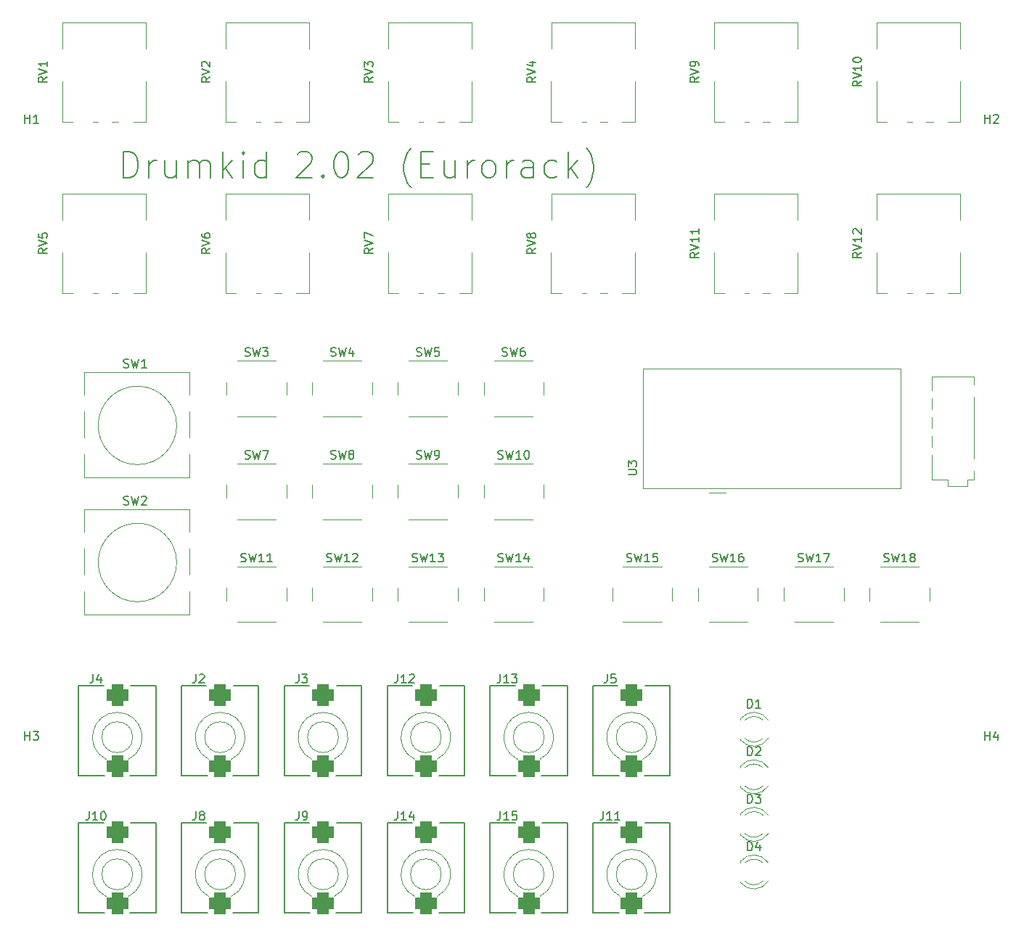
<source format=gbr>
%TF.GenerationSoftware,KiCad,Pcbnew,7.0.2*%
%TF.CreationDate,2023-08-30T17:10:08+01:00*%
%TF.ProjectId,dk2_02_top,646b325f-3032-45f7-946f-702e6b696361,rev?*%
%TF.SameCoordinates,Original*%
%TF.FileFunction,Legend,Top*%
%TF.FilePolarity,Positive*%
%FSLAX46Y46*%
G04 Gerber Fmt 4.6, Leading zero omitted, Abs format (unit mm)*
G04 Created by KiCad (PCBNEW 7.0.2) date 2023-08-30 17:10:08*
%MOMM*%
%LPD*%
G01*
G04 APERTURE LIST*
G04 Aperture macros list*
%AMRoundRect*
0 Rectangle with rounded corners*
0 $1 Rounding radius*
0 $2 $3 $4 $5 $6 $7 $8 $9 X,Y pos of 4 corners*
0 Add a 4 corners polygon primitive as box body*
4,1,4,$2,$3,$4,$5,$6,$7,$8,$9,$2,$3,0*
0 Add four circle primitives for the rounded corners*
1,1,$1+$1,$2,$3*
1,1,$1+$1,$4,$5*
1,1,$1+$1,$6,$7*
1,1,$1+$1,$8,$9*
0 Add four rect primitives between the rounded corners*
20,1,$1+$1,$2,$3,$4,$5,0*
20,1,$1+$1,$4,$5,$6,$7,0*
20,1,$1+$1,$6,$7,$8,$9,0*
20,1,$1+$1,$8,$9,$2,$3,0*%
G04 Aperture macros list end*
%ADD10C,0.150000*%
%ADD11C,0.120000*%
%ADD12C,0.200000*%
%ADD13C,0.080000*%
%ADD14C,0.060000*%
%ADD15C,2.000000*%
%ADD16O,2.720000X3.240000*%
%ADD17R,1.800000X1.800000*%
%ADD18C,1.800000*%
%ADD19O,3.100000X2.300000*%
%ADD20RoundRect,0.650000X-0.650000X-0.650000X0.650000X-0.650000X0.650000X0.650000X-0.650000X0.650000X0*%
%ADD21C,3.200000*%
%ADD22R,1.500000X1.500000*%
%ADD23C,1.500000*%
%ADD24C,1.050000*%
%ADD25R,1.350000X1.350000*%
%ADD26O,3.048000X1.850000*%
%ADD27R,1.700000X1.700000*%
%ADD28O,1.700000X1.700000*%
G04 APERTURE END LIST*
D10*
X84714285Y-58632857D02*
X84714285Y-55632857D01*
X84714285Y-55632857D02*
X85428571Y-55632857D01*
X85428571Y-55632857D02*
X85857142Y-55775714D01*
X85857142Y-55775714D02*
X86142857Y-56061428D01*
X86142857Y-56061428D02*
X86285714Y-56347142D01*
X86285714Y-56347142D02*
X86428571Y-56918571D01*
X86428571Y-56918571D02*
X86428571Y-57347142D01*
X86428571Y-57347142D02*
X86285714Y-57918571D01*
X86285714Y-57918571D02*
X86142857Y-58204285D01*
X86142857Y-58204285D02*
X85857142Y-58490000D01*
X85857142Y-58490000D02*
X85428571Y-58632857D01*
X85428571Y-58632857D02*
X84714285Y-58632857D01*
X87714285Y-58632857D02*
X87714285Y-56632857D01*
X87714285Y-57204285D02*
X87857142Y-56918571D01*
X87857142Y-56918571D02*
X88000000Y-56775714D01*
X88000000Y-56775714D02*
X88285714Y-56632857D01*
X88285714Y-56632857D02*
X88571428Y-56632857D01*
X90857143Y-56632857D02*
X90857143Y-58632857D01*
X89571428Y-56632857D02*
X89571428Y-58204285D01*
X89571428Y-58204285D02*
X89714285Y-58490000D01*
X89714285Y-58490000D02*
X90000000Y-58632857D01*
X90000000Y-58632857D02*
X90428571Y-58632857D01*
X90428571Y-58632857D02*
X90714285Y-58490000D01*
X90714285Y-58490000D02*
X90857143Y-58347142D01*
X92285714Y-58632857D02*
X92285714Y-56632857D01*
X92285714Y-56918571D02*
X92428571Y-56775714D01*
X92428571Y-56775714D02*
X92714286Y-56632857D01*
X92714286Y-56632857D02*
X93142857Y-56632857D01*
X93142857Y-56632857D02*
X93428571Y-56775714D01*
X93428571Y-56775714D02*
X93571429Y-57061428D01*
X93571429Y-57061428D02*
X93571429Y-58632857D01*
X93571429Y-57061428D02*
X93714286Y-56775714D01*
X93714286Y-56775714D02*
X94000000Y-56632857D01*
X94000000Y-56632857D02*
X94428571Y-56632857D01*
X94428571Y-56632857D02*
X94714286Y-56775714D01*
X94714286Y-56775714D02*
X94857143Y-57061428D01*
X94857143Y-57061428D02*
X94857143Y-58632857D01*
X96285714Y-58632857D02*
X96285714Y-55632857D01*
X96571429Y-57490000D02*
X97428571Y-58632857D01*
X97428571Y-56632857D02*
X96285714Y-57775714D01*
X98714285Y-58632857D02*
X98714285Y-56632857D01*
X98714285Y-55632857D02*
X98571428Y-55775714D01*
X98571428Y-55775714D02*
X98714285Y-55918571D01*
X98714285Y-55918571D02*
X98857142Y-55775714D01*
X98857142Y-55775714D02*
X98714285Y-55632857D01*
X98714285Y-55632857D02*
X98714285Y-55918571D01*
X101428571Y-58632857D02*
X101428571Y-55632857D01*
X101428571Y-58490000D02*
X101142856Y-58632857D01*
X101142856Y-58632857D02*
X100571428Y-58632857D01*
X100571428Y-58632857D02*
X100285713Y-58490000D01*
X100285713Y-58490000D02*
X100142856Y-58347142D01*
X100142856Y-58347142D02*
X99999999Y-58061428D01*
X99999999Y-58061428D02*
X99999999Y-57204285D01*
X99999999Y-57204285D02*
X100142856Y-56918571D01*
X100142856Y-56918571D02*
X100285713Y-56775714D01*
X100285713Y-56775714D02*
X100571428Y-56632857D01*
X100571428Y-56632857D02*
X101142856Y-56632857D01*
X101142856Y-56632857D02*
X101428571Y-56775714D01*
X104999999Y-55918571D02*
X105142856Y-55775714D01*
X105142856Y-55775714D02*
X105428571Y-55632857D01*
X105428571Y-55632857D02*
X106142856Y-55632857D01*
X106142856Y-55632857D02*
X106428571Y-55775714D01*
X106428571Y-55775714D02*
X106571428Y-55918571D01*
X106571428Y-55918571D02*
X106714285Y-56204285D01*
X106714285Y-56204285D02*
X106714285Y-56490000D01*
X106714285Y-56490000D02*
X106571428Y-56918571D01*
X106571428Y-56918571D02*
X104857142Y-58632857D01*
X104857142Y-58632857D02*
X106714285Y-58632857D01*
X107999999Y-58347142D02*
X108142856Y-58490000D01*
X108142856Y-58490000D02*
X107999999Y-58632857D01*
X107999999Y-58632857D02*
X107857142Y-58490000D01*
X107857142Y-58490000D02*
X107999999Y-58347142D01*
X107999999Y-58347142D02*
X107999999Y-58632857D01*
X109999999Y-55632857D02*
X110285713Y-55632857D01*
X110285713Y-55632857D02*
X110571427Y-55775714D01*
X110571427Y-55775714D02*
X110714285Y-55918571D01*
X110714285Y-55918571D02*
X110857142Y-56204285D01*
X110857142Y-56204285D02*
X110999999Y-56775714D01*
X110999999Y-56775714D02*
X110999999Y-57490000D01*
X110999999Y-57490000D02*
X110857142Y-58061428D01*
X110857142Y-58061428D02*
X110714285Y-58347142D01*
X110714285Y-58347142D02*
X110571427Y-58490000D01*
X110571427Y-58490000D02*
X110285713Y-58632857D01*
X110285713Y-58632857D02*
X109999999Y-58632857D01*
X109999999Y-58632857D02*
X109714285Y-58490000D01*
X109714285Y-58490000D02*
X109571427Y-58347142D01*
X109571427Y-58347142D02*
X109428570Y-58061428D01*
X109428570Y-58061428D02*
X109285713Y-57490000D01*
X109285713Y-57490000D02*
X109285713Y-56775714D01*
X109285713Y-56775714D02*
X109428570Y-56204285D01*
X109428570Y-56204285D02*
X109571427Y-55918571D01*
X109571427Y-55918571D02*
X109714285Y-55775714D01*
X109714285Y-55775714D02*
X109999999Y-55632857D01*
X112142856Y-55918571D02*
X112285713Y-55775714D01*
X112285713Y-55775714D02*
X112571428Y-55632857D01*
X112571428Y-55632857D02*
X113285713Y-55632857D01*
X113285713Y-55632857D02*
X113571428Y-55775714D01*
X113571428Y-55775714D02*
X113714285Y-55918571D01*
X113714285Y-55918571D02*
X113857142Y-56204285D01*
X113857142Y-56204285D02*
X113857142Y-56490000D01*
X113857142Y-56490000D02*
X113714285Y-56918571D01*
X113714285Y-56918571D02*
X111999999Y-58632857D01*
X111999999Y-58632857D02*
X113857142Y-58632857D01*
X118285713Y-59775714D02*
X118142856Y-59632857D01*
X118142856Y-59632857D02*
X117857142Y-59204285D01*
X117857142Y-59204285D02*
X117714285Y-58918571D01*
X117714285Y-58918571D02*
X117571427Y-58490000D01*
X117571427Y-58490000D02*
X117428570Y-57775714D01*
X117428570Y-57775714D02*
X117428570Y-57204285D01*
X117428570Y-57204285D02*
X117571427Y-56490000D01*
X117571427Y-56490000D02*
X117714285Y-56061428D01*
X117714285Y-56061428D02*
X117857142Y-55775714D01*
X117857142Y-55775714D02*
X118142856Y-55347142D01*
X118142856Y-55347142D02*
X118285713Y-55204285D01*
X119428570Y-57061428D02*
X120428570Y-57061428D01*
X120857142Y-58632857D02*
X119428570Y-58632857D01*
X119428570Y-58632857D02*
X119428570Y-55632857D01*
X119428570Y-55632857D02*
X120857142Y-55632857D01*
X123428571Y-56632857D02*
X123428571Y-58632857D01*
X122142856Y-56632857D02*
X122142856Y-58204285D01*
X122142856Y-58204285D02*
X122285713Y-58490000D01*
X122285713Y-58490000D02*
X122571428Y-58632857D01*
X122571428Y-58632857D02*
X122999999Y-58632857D01*
X122999999Y-58632857D02*
X123285713Y-58490000D01*
X123285713Y-58490000D02*
X123428571Y-58347142D01*
X124857142Y-58632857D02*
X124857142Y-56632857D01*
X124857142Y-57204285D02*
X124999999Y-56918571D01*
X124999999Y-56918571D02*
X125142857Y-56775714D01*
X125142857Y-56775714D02*
X125428571Y-56632857D01*
X125428571Y-56632857D02*
X125714285Y-56632857D01*
X127142857Y-58632857D02*
X126857142Y-58490000D01*
X126857142Y-58490000D02*
X126714285Y-58347142D01*
X126714285Y-58347142D02*
X126571428Y-58061428D01*
X126571428Y-58061428D02*
X126571428Y-57204285D01*
X126571428Y-57204285D02*
X126714285Y-56918571D01*
X126714285Y-56918571D02*
X126857142Y-56775714D01*
X126857142Y-56775714D02*
X127142857Y-56632857D01*
X127142857Y-56632857D02*
X127571428Y-56632857D01*
X127571428Y-56632857D02*
X127857142Y-56775714D01*
X127857142Y-56775714D02*
X128000000Y-56918571D01*
X128000000Y-56918571D02*
X128142857Y-57204285D01*
X128142857Y-57204285D02*
X128142857Y-58061428D01*
X128142857Y-58061428D02*
X128000000Y-58347142D01*
X128000000Y-58347142D02*
X127857142Y-58490000D01*
X127857142Y-58490000D02*
X127571428Y-58632857D01*
X127571428Y-58632857D02*
X127142857Y-58632857D01*
X129428571Y-58632857D02*
X129428571Y-56632857D01*
X129428571Y-57204285D02*
X129571428Y-56918571D01*
X129571428Y-56918571D02*
X129714286Y-56775714D01*
X129714286Y-56775714D02*
X130000000Y-56632857D01*
X130000000Y-56632857D02*
X130285714Y-56632857D01*
X132571429Y-58632857D02*
X132571429Y-57061428D01*
X132571429Y-57061428D02*
X132428571Y-56775714D01*
X132428571Y-56775714D02*
X132142857Y-56632857D01*
X132142857Y-56632857D02*
X131571429Y-56632857D01*
X131571429Y-56632857D02*
X131285714Y-56775714D01*
X132571429Y-58490000D02*
X132285714Y-58632857D01*
X132285714Y-58632857D02*
X131571429Y-58632857D01*
X131571429Y-58632857D02*
X131285714Y-58490000D01*
X131285714Y-58490000D02*
X131142857Y-58204285D01*
X131142857Y-58204285D02*
X131142857Y-57918571D01*
X131142857Y-57918571D02*
X131285714Y-57632857D01*
X131285714Y-57632857D02*
X131571429Y-57490000D01*
X131571429Y-57490000D02*
X132285714Y-57490000D01*
X132285714Y-57490000D02*
X132571429Y-57347142D01*
X135285715Y-58490000D02*
X135000000Y-58632857D01*
X135000000Y-58632857D02*
X134428572Y-58632857D01*
X134428572Y-58632857D02*
X134142857Y-58490000D01*
X134142857Y-58490000D02*
X134000000Y-58347142D01*
X134000000Y-58347142D02*
X133857143Y-58061428D01*
X133857143Y-58061428D02*
X133857143Y-57204285D01*
X133857143Y-57204285D02*
X134000000Y-56918571D01*
X134000000Y-56918571D02*
X134142857Y-56775714D01*
X134142857Y-56775714D02*
X134428572Y-56632857D01*
X134428572Y-56632857D02*
X135000000Y-56632857D01*
X135000000Y-56632857D02*
X135285715Y-56775714D01*
X136571429Y-58632857D02*
X136571429Y-55632857D01*
X136857144Y-57490000D02*
X137714286Y-58632857D01*
X137714286Y-56632857D02*
X136571429Y-57775714D01*
X138714286Y-59775714D02*
X138857143Y-59632857D01*
X138857143Y-59632857D02*
X139142857Y-59204285D01*
X139142857Y-59204285D02*
X139285715Y-58918571D01*
X139285715Y-58918571D02*
X139428572Y-58490000D01*
X139428572Y-58490000D02*
X139571429Y-57775714D01*
X139571429Y-57775714D02*
X139571429Y-57204285D01*
X139571429Y-57204285D02*
X139428572Y-56490000D01*
X139428572Y-56490000D02*
X139285715Y-56061428D01*
X139285715Y-56061428D02*
X139142857Y-55775714D01*
X139142857Y-55775714D02*
X138857143Y-55347142D01*
X138857143Y-55347142D02*
X138714286Y-55204285D01*
%TO.C,SW4*%
X108916667Y-79415000D02*
X109059524Y-79462619D01*
X109059524Y-79462619D02*
X109297619Y-79462619D01*
X109297619Y-79462619D02*
X109392857Y-79415000D01*
X109392857Y-79415000D02*
X109440476Y-79367380D01*
X109440476Y-79367380D02*
X109488095Y-79272142D01*
X109488095Y-79272142D02*
X109488095Y-79176904D01*
X109488095Y-79176904D02*
X109440476Y-79081666D01*
X109440476Y-79081666D02*
X109392857Y-79034047D01*
X109392857Y-79034047D02*
X109297619Y-78986428D01*
X109297619Y-78986428D02*
X109107143Y-78938809D01*
X109107143Y-78938809D02*
X109011905Y-78891190D01*
X109011905Y-78891190D02*
X108964286Y-78843571D01*
X108964286Y-78843571D02*
X108916667Y-78748333D01*
X108916667Y-78748333D02*
X108916667Y-78653095D01*
X108916667Y-78653095D02*
X108964286Y-78557857D01*
X108964286Y-78557857D02*
X109011905Y-78510238D01*
X109011905Y-78510238D02*
X109107143Y-78462619D01*
X109107143Y-78462619D02*
X109345238Y-78462619D01*
X109345238Y-78462619D02*
X109488095Y-78510238D01*
X109821429Y-78462619D02*
X110059524Y-79462619D01*
X110059524Y-79462619D02*
X110250000Y-78748333D01*
X110250000Y-78748333D02*
X110440476Y-79462619D01*
X110440476Y-79462619D02*
X110678572Y-78462619D01*
X111488095Y-78795952D02*
X111488095Y-79462619D01*
X111250000Y-78415000D02*
X111011905Y-79129285D01*
X111011905Y-79129285D02*
X111630952Y-79129285D01*
%TO.C,SW10*%
X128440476Y-91415000D02*
X128583333Y-91462619D01*
X128583333Y-91462619D02*
X128821428Y-91462619D01*
X128821428Y-91462619D02*
X128916666Y-91415000D01*
X128916666Y-91415000D02*
X128964285Y-91367380D01*
X128964285Y-91367380D02*
X129011904Y-91272142D01*
X129011904Y-91272142D02*
X129011904Y-91176904D01*
X129011904Y-91176904D02*
X128964285Y-91081666D01*
X128964285Y-91081666D02*
X128916666Y-91034047D01*
X128916666Y-91034047D02*
X128821428Y-90986428D01*
X128821428Y-90986428D02*
X128630952Y-90938809D01*
X128630952Y-90938809D02*
X128535714Y-90891190D01*
X128535714Y-90891190D02*
X128488095Y-90843571D01*
X128488095Y-90843571D02*
X128440476Y-90748333D01*
X128440476Y-90748333D02*
X128440476Y-90653095D01*
X128440476Y-90653095D02*
X128488095Y-90557857D01*
X128488095Y-90557857D02*
X128535714Y-90510238D01*
X128535714Y-90510238D02*
X128630952Y-90462619D01*
X128630952Y-90462619D02*
X128869047Y-90462619D01*
X128869047Y-90462619D02*
X129011904Y-90510238D01*
X129345238Y-90462619D02*
X129583333Y-91462619D01*
X129583333Y-91462619D02*
X129773809Y-90748333D01*
X129773809Y-90748333D02*
X129964285Y-91462619D01*
X129964285Y-91462619D02*
X130202381Y-90462619D01*
X131107142Y-91462619D02*
X130535714Y-91462619D01*
X130821428Y-91462619D02*
X130821428Y-90462619D01*
X130821428Y-90462619D02*
X130726190Y-90605476D01*
X130726190Y-90605476D02*
X130630952Y-90700714D01*
X130630952Y-90700714D02*
X130535714Y-90748333D01*
X131726190Y-90462619D02*
X131821428Y-90462619D01*
X131821428Y-90462619D02*
X131916666Y-90510238D01*
X131916666Y-90510238D02*
X131964285Y-90557857D01*
X131964285Y-90557857D02*
X132011904Y-90653095D01*
X132011904Y-90653095D02*
X132059523Y-90843571D01*
X132059523Y-90843571D02*
X132059523Y-91081666D01*
X132059523Y-91081666D02*
X132011904Y-91272142D01*
X132011904Y-91272142D02*
X131964285Y-91367380D01*
X131964285Y-91367380D02*
X131916666Y-91415000D01*
X131916666Y-91415000D02*
X131821428Y-91462619D01*
X131821428Y-91462619D02*
X131726190Y-91462619D01*
X131726190Y-91462619D02*
X131630952Y-91415000D01*
X131630952Y-91415000D02*
X131583333Y-91367380D01*
X131583333Y-91367380D02*
X131535714Y-91272142D01*
X131535714Y-91272142D02*
X131488095Y-91081666D01*
X131488095Y-91081666D02*
X131488095Y-90843571D01*
X131488095Y-90843571D02*
X131535714Y-90653095D01*
X131535714Y-90653095D02*
X131583333Y-90557857D01*
X131583333Y-90557857D02*
X131630952Y-90510238D01*
X131630952Y-90510238D02*
X131726190Y-90462619D01*
%TO.C,RV3*%
X113822619Y-46885238D02*
X113346428Y-47218571D01*
X113822619Y-47456666D02*
X112822619Y-47456666D01*
X112822619Y-47456666D02*
X112822619Y-47075714D01*
X112822619Y-47075714D02*
X112870238Y-46980476D01*
X112870238Y-46980476D02*
X112917857Y-46932857D01*
X112917857Y-46932857D02*
X113013095Y-46885238D01*
X113013095Y-46885238D02*
X113155952Y-46885238D01*
X113155952Y-46885238D02*
X113251190Y-46932857D01*
X113251190Y-46932857D02*
X113298809Y-46980476D01*
X113298809Y-46980476D02*
X113346428Y-47075714D01*
X113346428Y-47075714D02*
X113346428Y-47456666D01*
X112822619Y-46599523D02*
X113822619Y-46266190D01*
X113822619Y-46266190D02*
X112822619Y-45932857D01*
X112822619Y-45694761D02*
X112822619Y-45075714D01*
X112822619Y-45075714D02*
X113203571Y-45409047D01*
X113203571Y-45409047D02*
X113203571Y-45266190D01*
X113203571Y-45266190D02*
X113251190Y-45170952D01*
X113251190Y-45170952D02*
X113298809Y-45123333D01*
X113298809Y-45123333D02*
X113394047Y-45075714D01*
X113394047Y-45075714D02*
X113632142Y-45075714D01*
X113632142Y-45075714D02*
X113727380Y-45123333D01*
X113727380Y-45123333D02*
X113775000Y-45170952D01*
X113775000Y-45170952D02*
X113822619Y-45266190D01*
X113822619Y-45266190D02*
X113822619Y-45551904D01*
X113822619Y-45551904D02*
X113775000Y-45647142D01*
X113775000Y-45647142D02*
X113727380Y-45694761D01*
%TO.C,J2*%
X93166666Y-116582619D02*
X93166666Y-117296904D01*
X93166666Y-117296904D02*
X93119047Y-117439761D01*
X93119047Y-117439761D02*
X93023809Y-117535000D01*
X93023809Y-117535000D02*
X92880952Y-117582619D01*
X92880952Y-117582619D02*
X92785714Y-117582619D01*
X93595238Y-116677857D02*
X93642857Y-116630238D01*
X93642857Y-116630238D02*
X93738095Y-116582619D01*
X93738095Y-116582619D02*
X93976190Y-116582619D01*
X93976190Y-116582619D02*
X94071428Y-116630238D01*
X94071428Y-116630238D02*
X94119047Y-116677857D01*
X94119047Y-116677857D02*
X94166666Y-116773095D01*
X94166666Y-116773095D02*
X94166666Y-116868333D01*
X94166666Y-116868333D02*
X94119047Y-117011190D01*
X94119047Y-117011190D02*
X93547619Y-117582619D01*
X93547619Y-117582619D02*
X94166666Y-117582619D01*
%TO.C,J13*%
X128690476Y-116582619D02*
X128690476Y-117296904D01*
X128690476Y-117296904D02*
X128642857Y-117439761D01*
X128642857Y-117439761D02*
X128547619Y-117535000D01*
X128547619Y-117535000D02*
X128404762Y-117582619D01*
X128404762Y-117582619D02*
X128309524Y-117582619D01*
X129690476Y-117582619D02*
X129119048Y-117582619D01*
X129404762Y-117582619D02*
X129404762Y-116582619D01*
X129404762Y-116582619D02*
X129309524Y-116725476D01*
X129309524Y-116725476D02*
X129214286Y-116820714D01*
X129214286Y-116820714D02*
X129119048Y-116868333D01*
X130023810Y-116582619D02*
X130642857Y-116582619D01*
X130642857Y-116582619D02*
X130309524Y-116963571D01*
X130309524Y-116963571D02*
X130452381Y-116963571D01*
X130452381Y-116963571D02*
X130547619Y-117011190D01*
X130547619Y-117011190D02*
X130595238Y-117058809D01*
X130595238Y-117058809D02*
X130642857Y-117154047D01*
X130642857Y-117154047D02*
X130642857Y-117392142D01*
X130642857Y-117392142D02*
X130595238Y-117487380D01*
X130595238Y-117487380D02*
X130547619Y-117535000D01*
X130547619Y-117535000D02*
X130452381Y-117582619D01*
X130452381Y-117582619D02*
X130166667Y-117582619D01*
X130166667Y-117582619D02*
X130071429Y-117535000D01*
X130071429Y-117535000D02*
X130023810Y-117487380D01*
%TO.C,RV8*%
X132822619Y-66885238D02*
X132346428Y-67218571D01*
X132822619Y-67456666D02*
X131822619Y-67456666D01*
X131822619Y-67456666D02*
X131822619Y-67075714D01*
X131822619Y-67075714D02*
X131870238Y-66980476D01*
X131870238Y-66980476D02*
X131917857Y-66932857D01*
X131917857Y-66932857D02*
X132013095Y-66885238D01*
X132013095Y-66885238D02*
X132155952Y-66885238D01*
X132155952Y-66885238D02*
X132251190Y-66932857D01*
X132251190Y-66932857D02*
X132298809Y-66980476D01*
X132298809Y-66980476D02*
X132346428Y-67075714D01*
X132346428Y-67075714D02*
X132346428Y-67456666D01*
X131822619Y-66599523D02*
X132822619Y-66266190D01*
X132822619Y-66266190D02*
X131822619Y-65932857D01*
X132251190Y-65456666D02*
X132203571Y-65551904D01*
X132203571Y-65551904D02*
X132155952Y-65599523D01*
X132155952Y-65599523D02*
X132060714Y-65647142D01*
X132060714Y-65647142D02*
X132013095Y-65647142D01*
X132013095Y-65647142D02*
X131917857Y-65599523D01*
X131917857Y-65599523D02*
X131870238Y-65551904D01*
X131870238Y-65551904D02*
X131822619Y-65456666D01*
X131822619Y-65456666D02*
X131822619Y-65266190D01*
X131822619Y-65266190D02*
X131870238Y-65170952D01*
X131870238Y-65170952D02*
X131917857Y-65123333D01*
X131917857Y-65123333D02*
X132013095Y-65075714D01*
X132013095Y-65075714D02*
X132060714Y-65075714D01*
X132060714Y-65075714D02*
X132155952Y-65123333D01*
X132155952Y-65123333D02*
X132203571Y-65170952D01*
X132203571Y-65170952D02*
X132251190Y-65266190D01*
X132251190Y-65266190D02*
X132251190Y-65456666D01*
X132251190Y-65456666D02*
X132298809Y-65551904D01*
X132298809Y-65551904D02*
X132346428Y-65599523D01*
X132346428Y-65599523D02*
X132441666Y-65647142D01*
X132441666Y-65647142D02*
X132632142Y-65647142D01*
X132632142Y-65647142D02*
X132727380Y-65599523D01*
X132727380Y-65599523D02*
X132775000Y-65551904D01*
X132775000Y-65551904D02*
X132822619Y-65456666D01*
X132822619Y-65456666D02*
X132822619Y-65266190D01*
X132822619Y-65266190D02*
X132775000Y-65170952D01*
X132775000Y-65170952D02*
X132727380Y-65123333D01*
X132727380Y-65123333D02*
X132632142Y-65075714D01*
X132632142Y-65075714D02*
X132441666Y-65075714D01*
X132441666Y-65075714D02*
X132346428Y-65123333D01*
X132346428Y-65123333D02*
X132298809Y-65170952D01*
X132298809Y-65170952D02*
X132251190Y-65266190D01*
%TO.C,J12*%
X116690476Y-116582619D02*
X116690476Y-117296904D01*
X116690476Y-117296904D02*
X116642857Y-117439761D01*
X116642857Y-117439761D02*
X116547619Y-117535000D01*
X116547619Y-117535000D02*
X116404762Y-117582619D01*
X116404762Y-117582619D02*
X116309524Y-117582619D01*
X117690476Y-117582619D02*
X117119048Y-117582619D01*
X117404762Y-117582619D02*
X117404762Y-116582619D01*
X117404762Y-116582619D02*
X117309524Y-116725476D01*
X117309524Y-116725476D02*
X117214286Y-116820714D01*
X117214286Y-116820714D02*
X117119048Y-116868333D01*
X118071429Y-116677857D02*
X118119048Y-116630238D01*
X118119048Y-116630238D02*
X118214286Y-116582619D01*
X118214286Y-116582619D02*
X118452381Y-116582619D01*
X118452381Y-116582619D02*
X118547619Y-116630238D01*
X118547619Y-116630238D02*
X118595238Y-116677857D01*
X118595238Y-116677857D02*
X118642857Y-116773095D01*
X118642857Y-116773095D02*
X118642857Y-116868333D01*
X118642857Y-116868333D02*
X118595238Y-117011190D01*
X118595238Y-117011190D02*
X118023810Y-117582619D01*
X118023810Y-117582619D02*
X118642857Y-117582619D01*
%TO.C,SW3*%
X98916667Y-79415000D02*
X99059524Y-79462619D01*
X99059524Y-79462619D02*
X99297619Y-79462619D01*
X99297619Y-79462619D02*
X99392857Y-79415000D01*
X99392857Y-79415000D02*
X99440476Y-79367380D01*
X99440476Y-79367380D02*
X99488095Y-79272142D01*
X99488095Y-79272142D02*
X99488095Y-79176904D01*
X99488095Y-79176904D02*
X99440476Y-79081666D01*
X99440476Y-79081666D02*
X99392857Y-79034047D01*
X99392857Y-79034047D02*
X99297619Y-78986428D01*
X99297619Y-78986428D02*
X99107143Y-78938809D01*
X99107143Y-78938809D02*
X99011905Y-78891190D01*
X99011905Y-78891190D02*
X98964286Y-78843571D01*
X98964286Y-78843571D02*
X98916667Y-78748333D01*
X98916667Y-78748333D02*
X98916667Y-78653095D01*
X98916667Y-78653095D02*
X98964286Y-78557857D01*
X98964286Y-78557857D02*
X99011905Y-78510238D01*
X99011905Y-78510238D02*
X99107143Y-78462619D01*
X99107143Y-78462619D02*
X99345238Y-78462619D01*
X99345238Y-78462619D02*
X99488095Y-78510238D01*
X99821429Y-78462619D02*
X100059524Y-79462619D01*
X100059524Y-79462619D02*
X100250000Y-78748333D01*
X100250000Y-78748333D02*
X100440476Y-79462619D01*
X100440476Y-79462619D02*
X100678572Y-78462619D01*
X100964286Y-78462619D02*
X101583333Y-78462619D01*
X101583333Y-78462619D02*
X101250000Y-78843571D01*
X101250000Y-78843571D02*
X101392857Y-78843571D01*
X101392857Y-78843571D02*
X101488095Y-78891190D01*
X101488095Y-78891190D02*
X101535714Y-78938809D01*
X101535714Y-78938809D02*
X101583333Y-79034047D01*
X101583333Y-79034047D02*
X101583333Y-79272142D01*
X101583333Y-79272142D02*
X101535714Y-79367380D01*
X101535714Y-79367380D02*
X101488095Y-79415000D01*
X101488095Y-79415000D02*
X101392857Y-79462619D01*
X101392857Y-79462619D02*
X101107143Y-79462619D01*
X101107143Y-79462619D02*
X101011905Y-79415000D01*
X101011905Y-79415000D02*
X100964286Y-79367380D01*
%TO.C,H1*%
X73238095Y-52262619D02*
X73238095Y-51262619D01*
X73238095Y-51738809D02*
X73809523Y-51738809D01*
X73809523Y-52262619D02*
X73809523Y-51262619D01*
X74809523Y-52262619D02*
X74238095Y-52262619D01*
X74523809Y-52262619D02*
X74523809Y-51262619D01*
X74523809Y-51262619D02*
X74428571Y-51405476D01*
X74428571Y-51405476D02*
X74333333Y-51500714D01*
X74333333Y-51500714D02*
X74238095Y-51548333D01*
%TO.C,J11*%
X140690476Y-132582619D02*
X140690476Y-133296904D01*
X140690476Y-133296904D02*
X140642857Y-133439761D01*
X140642857Y-133439761D02*
X140547619Y-133535000D01*
X140547619Y-133535000D02*
X140404762Y-133582619D01*
X140404762Y-133582619D02*
X140309524Y-133582619D01*
X141690476Y-133582619D02*
X141119048Y-133582619D01*
X141404762Y-133582619D02*
X141404762Y-132582619D01*
X141404762Y-132582619D02*
X141309524Y-132725476D01*
X141309524Y-132725476D02*
X141214286Y-132820714D01*
X141214286Y-132820714D02*
X141119048Y-132868333D01*
X142642857Y-133582619D02*
X142071429Y-133582619D01*
X142357143Y-133582619D02*
X142357143Y-132582619D01*
X142357143Y-132582619D02*
X142261905Y-132725476D01*
X142261905Y-132725476D02*
X142166667Y-132820714D01*
X142166667Y-132820714D02*
X142071429Y-132868333D01*
%TO.C,RV4*%
X132822619Y-46885238D02*
X132346428Y-47218571D01*
X132822619Y-47456666D02*
X131822619Y-47456666D01*
X131822619Y-47456666D02*
X131822619Y-47075714D01*
X131822619Y-47075714D02*
X131870238Y-46980476D01*
X131870238Y-46980476D02*
X131917857Y-46932857D01*
X131917857Y-46932857D02*
X132013095Y-46885238D01*
X132013095Y-46885238D02*
X132155952Y-46885238D01*
X132155952Y-46885238D02*
X132251190Y-46932857D01*
X132251190Y-46932857D02*
X132298809Y-46980476D01*
X132298809Y-46980476D02*
X132346428Y-47075714D01*
X132346428Y-47075714D02*
X132346428Y-47456666D01*
X131822619Y-46599523D02*
X132822619Y-46266190D01*
X132822619Y-46266190D02*
X131822619Y-45932857D01*
X132155952Y-45170952D02*
X132822619Y-45170952D01*
X131775000Y-45409047D02*
X132489285Y-45647142D01*
X132489285Y-45647142D02*
X132489285Y-45028095D01*
%TO.C,RV1*%
X75822619Y-46885238D02*
X75346428Y-47218571D01*
X75822619Y-47456666D02*
X74822619Y-47456666D01*
X74822619Y-47456666D02*
X74822619Y-47075714D01*
X74822619Y-47075714D02*
X74870238Y-46980476D01*
X74870238Y-46980476D02*
X74917857Y-46932857D01*
X74917857Y-46932857D02*
X75013095Y-46885238D01*
X75013095Y-46885238D02*
X75155952Y-46885238D01*
X75155952Y-46885238D02*
X75251190Y-46932857D01*
X75251190Y-46932857D02*
X75298809Y-46980476D01*
X75298809Y-46980476D02*
X75346428Y-47075714D01*
X75346428Y-47075714D02*
X75346428Y-47456666D01*
X74822619Y-46599523D02*
X75822619Y-46266190D01*
X75822619Y-46266190D02*
X74822619Y-45932857D01*
X75822619Y-45075714D02*
X75822619Y-45647142D01*
X75822619Y-45361428D02*
X74822619Y-45361428D01*
X74822619Y-45361428D02*
X74965476Y-45456666D01*
X74965476Y-45456666D02*
X75060714Y-45551904D01*
X75060714Y-45551904D02*
X75108333Y-45647142D01*
%TO.C,RV10*%
X170822619Y-47361428D02*
X170346428Y-47694761D01*
X170822619Y-47932856D02*
X169822619Y-47932856D01*
X169822619Y-47932856D02*
X169822619Y-47551904D01*
X169822619Y-47551904D02*
X169870238Y-47456666D01*
X169870238Y-47456666D02*
X169917857Y-47409047D01*
X169917857Y-47409047D02*
X170013095Y-47361428D01*
X170013095Y-47361428D02*
X170155952Y-47361428D01*
X170155952Y-47361428D02*
X170251190Y-47409047D01*
X170251190Y-47409047D02*
X170298809Y-47456666D01*
X170298809Y-47456666D02*
X170346428Y-47551904D01*
X170346428Y-47551904D02*
X170346428Y-47932856D01*
X169822619Y-47075713D02*
X170822619Y-46742380D01*
X170822619Y-46742380D02*
X169822619Y-46409047D01*
X170822619Y-45551904D02*
X170822619Y-46123332D01*
X170822619Y-45837618D02*
X169822619Y-45837618D01*
X169822619Y-45837618D02*
X169965476Y-45932856D01*
X169965476Y-45932856D02*
X170060714Y-46028094D01*
X170060714Y-46028094D02*
X170108333Y-46123332D01*
X169822619Y-44932856D02*
X169822619Y-44837618D01*
X169822619Y-44837618D02*
X169870238Y-44742380D01*
X169870238Y-44742380D02*
X169917857Y-44694761D01*
X169917857Y-44694761D02*
X170013095Y-44647142D01*
X170013095Y-44647142D02*
X170203571Y-44599523D01*
X170203571Y-44599523D02*
X170441666Y-44599523D01*
X170441666Y-44599523D02*
X170632142Y-44647142D01*
X170632142Y-44647142D02*
X170727380Y-44694761D01*
X170727380Y-44694761D02*
X170775000Y-44742380D01*
X170775000Y-44742380D02*
X170822619Y-44837618D01*
X170822619Y-44837618D02*
X170822619Y-44932856D01*
X170822619Y-44932856D02*
X170775000Y-45028094D01*
X170775000Y-45028094D02*
X170727380Y-45075713D01*
X170727380Y-45075713D02*
X170632142Y-45123332D01*
X170632142Y-45123332D02*
X170441666Y-45170951D01*
X170441666Y-45170951D02*
X170203571Y-45170951D01*
X170203571Y-45170951D02*
X170013095Y-45123332D01*
X170013095Y-45123332D02*
X169917857Y-45075713D01*
X169917857Y-45075713D02*
X169870238Y-45028094D01*
X169870238Y-45028094D02*
X169822619Y-44932856D01*
%TO.C,J4*%
X81166666Y-116582619D02*
X81166666Y-117296904D01*
X81166666Y-117296904D02*
X81119047Y-117439761D01*
X81119047Y-117439761D02*
X81023809Y-117535000D01*
X81023809Y-117535000D02*
X80880952Y-117582619D01*
X80880952Y-117582619D02*
X80785714Y-117582619D01*
X82071428Y-116915952D02*
X82071428Y-117582619D01*
X81833333Y-116535000D02*
X81595238Y-117249285D01*
X81595238Y-117249285D02*
X82214285Y-117249285D01*
%TO.C,J14*%
X116690476Y-132582619D02*
X116690476Y-133296904D01*
X116690476Y-133296904D02*
X116642857Y-133439761D01*
X116642857Y-133439761D02*
X116547619Y-133535000D01*
X116547619Y-133535000D02*
X116404762Y-133582619D01*
X116404762Y-133582619D02*
X116309524Y-133582619D01*
X117690476Y-133582619D02*
X117119048Y-133582619D01*
X117404762Y-133582619D02*
X117404762Y-132582619D01*
X117404762Y-132582619D02*
X117309524Y-132725476D01*
X117309524Y-132725476D02*
X117214286Y-132820714D01*
X117214286Y-132820714D02*
X117119048Y-132868333D01*
X118547619Y-132915952D02*
X118547619Y-133582619D01*
X118309524Y-132535000D02*
X118071429Y-133249285D01*
X118071429Y-133249285D02*
X118690476Y-133249285D01*
%TO.C,J15*%
X128690476Y-132582619D02*
X128690476Y-133296904D01*
X128690476Y-133296904D02*
X128642857Y-133439761D01*
X128642857Y-133439761D02*
X128547619Y-133535000D01*
X128547619Y-133535000D02*
X128404762Y-133582619D01*
X128404762Y-133582619D02*
X128309524Y-133582619D01*
X129690476Y-133582619D02*
X129119048Y-133582619D01*
X129404762Y-133582619D02*
X129404762Y-132582619D01*
X129404762Y-132582619D02*
X129309524Y-132725476D01*
X129309524Y-132725476D02*
X129214286Y-132820714D01*
X129214286Y-132820714D02*
X129119048Y-132868333D01*
X130595238Y-132582619D02*
X130119048Y-132582619D01*
X130119048Y-132582619D02*
X130071429Y-133058809D01*
X130071429Y-133058809D02*
X130119048Y-133011190D01*
X130119048Y-133011190D02*
X130214286Y-132963571D01*
X130214286Y-132963571D02*
X130452381Y-132963571D01*
X130452381Y-132963571D02*
X130547619Y-133011190D01*
X130547619Y-133011190D02*
X130595238Y-133058809D01*
X130595238Y-133058809D02*
X130642857Y-133154047D01*
X130642857Y-133154047D02*
X130642857Y-133392142D01*
X130642857Y-133392142D02*
X130595238Y-133487380D01*
X130595238Y-133487380D02*
X130547619Y-133535000D01*
X130547619Y-133535000D02*
X130452381Y-133582619D01*
X130452381Y-133582619D02*
X130214286Y-133582619D01*
X130214286Y-133582619D02*
X130119048Y-133535000D01*
X130119048Y-133535000D02*
X130071429Y-133487380D01*
%TO.C,SW5*%
X118916667Y-79415000D02*
X119059524Y-79462619D01*
X119059524Y-79462619D02*
X119297619Y-79462619D01*
X119297619Y-79462619D02*
X119392857Y-79415000D01*
X119392857Y-79415000D02*
X119440476Y-79367380D01*
X119440476Y-79367380D02*
X119488095Y-79272142D01*
X119488095Y-79272142D02*
X119488095Y-79176904D01*
X119488095Y-79176904D02*
X119440476Y-79081666D01*
X119440476Y-79081666D02*
X119392857Y-79034047D01*
X119392857Y-79034047D02*
X119297619Y-78986428D01*
X119297619Y-78986428D02*
X119107143Y-78938809D01*
X119107143Y-78938809D02*
X119011905Y-78891190D01*
X119011905Y-78891190D02*
X118964286Y-78843571D01*
X118964286Y-78843571D02*
X118916667Y-78748333D01*
X118916667Y-78748333D02*
X118916667Y-78653095D01*
X118916667Y-78653095D02*
X118964286Y-78557857D01*
X118964286Y-78557857D02*
X119011905Y-78510238D01*
X119011905Y-78510238D02*
X119107143Y-78462619D01*
X119107143Y-78462619D02*
X119345238Y-78462619D01*
X119345238Y-78462619D02*
X119488095Y-78510238D01*
X119821429Y-78462619D02*
X120059524Y-79462619D01*
X120059524Y-79462619D02*
X120250000Y-78748333D01*
X120250000Y-78748333D02*
X120440476Y-79462619D01*
X120440476Y-79462619D02*
X120678572Y-78462619D01*
X121535714Y-78462619D02*
X121059524Y-78462619D01*
X121059524Y-78462619D02*
X121011905Y-78938809D01*
X121011905Y-78938809D02*
X121059524Y-78891190D01*
X121059524Y-78891190D02*
X121154762Y-78843571D01*
X121154762Y-78843571D02*
X121392857Y-78843571D01*
X121392857Y-78843571D02*
X121488095Y-78891190D01*
X121488095Y-78891190D02*
X121535714Y-78938809D01*
X121535714Y-78938809D02*
X121583333Y-79034047D01*
X121583333Y-79034047D02*
X121583333Y-79272142D01*
X121583333Y-79272142D02*
X121535714Y-79367380D01*
X121535714Y-79367380D02*
X121488095Y-79415000D01*
X121488095Y-79415000D02*
X121392857Y-79462619D01*
X121392857Y-79462619D02*
X121154762Y-79462619D01*
X121154762Y-79462619D02*
X121059524Y-79415000D01*
X121059524Y-79415000D02*
X121011905Y-79367380D01*
%TO.C,SW8*%
X108916667Y-91415000D02*
X109059524Y-91462619D01*
X109059524Y-91462619D02*
X109297619Y-91462619D01*
X109297619Y-91462619D02*
X109392857Y-91415000D01*
X109392857Y-91415000D02*
X109440476Y-91367380D01*
X109440476Y-91367380D02*
X109488095Y-91272142D01*
X109488095Y-91272142D02*
X109488095Y-91176904D01*
X109488095Y-91176904D02*
X109440476Y-91081666D01*
X109440476Y-91081666D02*
X109392857Y-91034047D01*
X109392857Y-91034047D02*
X109297619Y-90986428D01*
X109297619Y-90986428D02*
X109107143Y-90938809D01*
X109107143Y-90938809D02*
X109011905Y-90891190D01*
X109011905Y-90891190D02*
X108964286Y-90843571D01*
X108964286Y-90843571D02*
X108916667Y-90748333D01*
X108916667Y-90748333D02*
X108916667Y-90653095D01*
X108916667Y-90653095D02*
X108964286Y-90557857D01*
X108964286Y-90557857D02*
X109011905Y-90510238D01*
X109011905Y-90510238D02*
X109107143Y-90462619D01*
X109107143Y-90462619D02*
X109345238Y-90462619D01*
X109345238Y-90462619D02*
X109488095Y-90510238D01*
X109821429Y-90462619D02*
X110059524Y-91462619D01*
X110059524Y-91462619D02*
X110250000Y-90748333D01*
X110250000Y-90748333D02*
X110440476Y-91462619D01*
X110440476Y-91462619D02*
X110678572Y-90462619D01*
X111202381Y-90891190D02*
X111107143Y-90843571D01*
X111107143Y-90843571D02*
X111059524Y-90795952D01*
X111059524Y-90795952D02*
X111011905Y-90700714D01*
X111011905Y-90700714D02*
X111011905Y-90653095D01*
X111011905Y-90653095D02*
X111059524Y-90557857D01*
X111059524Y-90557857D02*
X111107143Y-90510238D01*
X111107143Y-90510238D02*
X111202381Y-90462619D01*
X111202381Y-90462619D02*
X111392857Y-90462619D01*
X111392857Y-90462619D02*
X111488095Y-90510238D01*
X111488095Y-90510238D02*
X111535714Y-90557857D01*
X111535714Y-90557857D02*
X111583333Y-90653095D01*
X111583333Y-90653095D02*
X111583333Y-90700714D01*
X111583333Y-90700714D02*
X111535714Y-90795952D01*
X111535714Y-90795952D02*
X111488095Y-90843571D01*
X111488095Y-90843571D02*
X111392857Y-90891190D01*
X111392857Y-90891190D02*
X111202381Y-90891190D01*
X111202381Y-90891190D02*
X111107143Y-90938809D01*
X111107143Y-90938809D02*
X111059524Y-90986428D01*
X111059524Y-90986428D02*
X111011905Y-91081666D01*
X111011905Y-91081666D02*
X111011905Y-91272142D01*
X111011905Y-91272142D02*
X111059524Y-91367380D01*
X111059524Y-91367380D02*
X111107143Y-91415000D01*
X111107143Y-91415000D02*
X111202381Y-91462619D01*
X111202381Y-91462619D02*
X111392857Y-91462619D01*
X111392857Y-91462619D02*
X111488095Y-91415000D01*
X111488095Y-91415000D02*
X111535714Y-91367380D01*
X111535714Y-91367380D02*
X111583333Y-91272142D01*
X111583333Y-91272142D02*
X111583333Y-91081666D01*
X111583333Y-91081666D02*
X111535714Y-90986428D01*
X111535714Y-90986428D02*
X111488095Y-90938809D01*
X111488095Y-90938809D02*
X111392857Y-90891190D01*
%TO.C,RV7*%
X113822619Y-66885238D02*
X113346428Y-67218571D01*
X113822619Y-67456666D02*
X112822619Y-67456666D01*
X112822619Y-67456666D02*
X112822619Y-67075714D01*
X112822619Y-67075714D02*
X112870238Y-66980476D01*
X112870238Y-66980476D02*
X112917857Y-66932857D01*
X112917857Y-66932857D02*
X113013095Y-66885238D01*
X113013095Y-66885238D02*
X113155952Y-66885238D01*
X113155952Y-66885238D02*
X113251190Y-66932857D01*
X113251190Y-66932857D02*
X113298809Y-66980476D01*
X113298809Y-66980476D02*
X113346428Y-67075714D01*
X113346428Y-67075714D02*
X113346428Y-67456666D01*
X112822619Y-66599523D02*
X113822619Y-66266190D01*
X113822619Y-66266190D02*
X112822619Y-65932857D01*
X112822619Y-65694761D02*
X112822619Y-65028095D01*
X112822619Y-65028095D02*
X113822619Y-65456666D01*
%TO.C,U3*%
X143612619Y-93261904D02*
X144422142Y-93261904D01*
X144422142Y-93261904D02*
X144517380Y-93214285D01*
X144517380Y-93214285D02*
X144565000Y-93166666D01*
X144565000Y-93166666D02*
X144612619Y-93071428D01*
X144612619Y-93071428D02*
X144612619Y-92880952D01*
X144612619Y-92880952D02*
X144565000Y-92785714D01*
X144565000Y-92785714D02*
X144517380Y-92738095D01*
X144517380Y-92738095D02*
X144422142Y-92690476D01*
X144422142Y-92690476D02*
X143612619Y-92690476D01*
X143612619Y-92309523D02*
X143612619Y-91690476D01*
X143612619Y-91690476D02*
X143993571Y-92023809D01*
X143993571Y-92023809D02*
X143993571Y-91880952D01*
X143993571Y-91880952D02*
X144041190Y-91785714D01*
X144041190Y-91785714D02*
X144088809Y-91738095D01*
X144088809Y-91738095D02*
X144184047Y-91690476D01*
X144184047Y-91690476D02*
X144422142Y-91690476D01*
X144422142Y-91690476D02*
X144517380Y-91738095D01*
X144517380Y-91738095D02*
X144565000Y-91785714D01*
X144565000Y-91785714D02*
X144612619Y-91880952D01*
X144612619Y-91880952D02*
X144612619Y-92166666D01*
X144612619Y-92166666D02*
X144565000Y-92261904D01*
X144565000Y-92261904D02*
X144517380Y-92309523D01*
%TO.C,D3*%
X157531905Y-131602619D02*
X157531905Y-130602619D01*
X157531905Y-130602619D02*
X157770000Y-130602619D01*
X157770000Y-130602619D02*
X157912857Y-130650238D01*
X157912857Y-130650238D02*
X158008095Y-130745476D01*
X158008095Y-130745476D02*
X158055714Y-130840714D01*
X158055714Y-130840714D02*
X158103333Y-131031190D01*
X158103333Y-131031190D02*
X158103333Y-131174047D01*
X158103333Y-131174047D02*
X158055714Y-131364523D01*
X158055714Y-131364523D02*
X158008095Y-131459761D01*
X158008095Y-131459761D02*
X157912857Y-131555000D01*
X157912857Y-131555000D02*
X157770000Y-131602619D01*
X157770000Y-131602619D02*
X157531905Y-131602619D01*
X158436667Y-130602619D02*
X159055714Y-130602619D01*
X159055714Y-130602619D02*
X158722381Y-130983571D01*
X158722381Y-130983571D02*
X158865238Y-130983571D01*
X158865238Y-130983571D02*
X158960476Y-131031190D01*
X158960476Y-131031190D02*
X159008095Y-131078809D01*
X159008095Y-131078809D02*
X159055714Y-131174047D01*
X159055714Y-131174047D02*
X159055714Y-131412142D01*
X159055714Y-131412142D02*
X159008095Y-131507380D01*
X159008095Y-131507380D02*
X158960476Y-131555000D01*
X158960476Y-131555000D02*
X158865238Y-131602619D01*
X158865238Y-131602619D02*
X158579524Y-131602619D01*
X158579524Y-131602619D02*
X158484286Y-131555000D01*
X158484286Y-131555000D02*
X158436667Y-131507380D01*
%TO.C,RV11*%
X151822619Y-67361428D02*
X151346428Y-67694761D01*
X151822619Y-67932856D02*
X150822619Y-67932856D01*
X150822619Y-67932856D02*
X150822619Y-67551904D01*
X150822619Y-67551904D02*
X150870238Y-67456666D01*
X150870238Y-67456666D02*
X150917857Y-67409047D01*
X150917857Y-67409047D02*
X151013095Y-67361428D01*
X151013095Y-67361428D02*
X151155952Y-67361428D01*
X151155952Y-67361428D02*
X151251190Y-67409047D01*
X151251190Y-67409047D02*
X151298809Y-67456666D01*
X151298809Y-67456666D02*
X151346428Y-67551904D01*
X151346428Y-67551904D02*
X151346428Y-67932856D01*
X150822619Y-67075713D02*
X151822619Y-66742380D01*
X151822619Y-66742380D02*
X150822619Y-66409047D01*
X151822619Y-65551904D02*
X151822619Y-66123332D01*
X151822619Y-65837618D02*
X150822619Y-65837618D01*
X150822619Y-65837618D02*
X150965476Y-65932856D01*
X150965476Y-65932856D02*
X151060714Y-66028094D01*
X151060714Y-66028094D02*
X151108333Y-66123332D01*
X151822619Y-64599523D02*
X151822619Y-65170951D01*
X151822619Y-64885237D02*
X150822619Y-64885237D01*
X150822619Y-64885237D02*
X150965476Y-64980475D01*
X150965476Y-64980475D02*
X151060714Y-65075713D01*
X151060714Y-65075713D02*
X151108333Y-65170951D01*
%TO.C,RV9*%
X151822619Y-46885238D02*
X151346428Y-47218571D01*
X151822619Y-47456666D02*
X150822619Y-47456666D01*
X150822619Y-47456666D02*
X150822619Y-47075714D01*
X150822619Y-47075714D02*
X150870238Y-46980476D01*
X150870238Y-46980476D02*
X150917857Y-46932857D01*
X150917857Y-46932857D02*
X151013095Y-46885238D01*
X151013095Y-46885238D02*
X151155952Y-46885238D01*
X151155952Y-46885238D02*
X151251190Y-46932857D01*
X151251190Y-46932857D02*
X151298809Y-46980476D01*
X151298809Y-46980476D02*
X151346428Y-47075714D01*
X151346428Y-47075714D02*
X151346428Y-47456666D01*
X150822619Y-46599523D02*
X151822619Y-46266190D01*
X151822619Y-46266190D02*
X150822619Y-45932857D01*
X151822619Y-45551904D02*
X151822619Y-45361428D01*
X151822619Y-45361428D02*
X151775000Y-45266190D01*
X151775000Y-45266190D02*
X151727380Y-45218571D01*
X151727380Y-45218571D02*
X151584523Y-45123333D01*
X151584523Y-45123333D02*
X151394047Y-45075714D01*
X151394047Y-45075714D02*
X151013095Y-45075714D01*
X151013095Y-45075714D02*
X150917857Y-45123333D01*
X150917857Y-45123333D02*
X150870238Y-45170952D01*
X150870238Y-45170952D02*
X150822619Y-45266190D01*
X150822619Y-45266190D02*
X150822619Y-45456666D01*
X150822619Y-45456666D02*
X150870238Y-45551904D01*
X150870238Y-45551904D02*
X150917857Y-45599523D01*
X150917857Y-45599523D02*
X151013095Y-45647142D01*
X151013095Y-45647142D02*
X151251190Y-45647142D01*
X151251190Y-45647142D02*
X151346428Y-45599523D01*
X151346428Y-45599523D02*
X151394047Y-45551904D01*
X151394047Y-45551904D02*
X151441666Y-45456666D01*
X151441666Y-45456666D02*
X151441666Y-45266190D01*
X151441666Y-45266190D02*
X151394047Y-45170952D01*
X151394047Y-45170952D02*
X151346428Y-45123333D01*
X151346428Y-45123333D02*
X151251190Y-45075714D01*
%TO.C,J8*%
X93166666Y-132582619D02*
X93166666Y-133296904D01*
X93166666Y-133296904D02*
X93119047Y-133439761D01*
X93119047Y-133439761D02*
X93023809Y-133535000D01*
X93023809Y-133535000D02*
X92880952Y-133582619D01*
X92880952Y-133582619D02*
X92785714Y-133582619D01*
X93785714Y-133011190D02*
X93690476Y-132963571D01*
X93690476Y-132963571D02*
X93642857Y-132915952D01*
X93642857Y-132915952D02*
X93595238Y-132820714D01*
X93595238Y-132820714D02*
X93595238Y-132773095D01*
X93595238Y-132773095D02*
X93642857Y-132677857D01*
X93642857Y-132677857D02*
X93690476Y-132630238D01*
X93690476Y-132630238D02*
X93785714Y-132582619D01*
X93785714Y-132582619D02*
X93976190Y-132582619D01*
X93976190Y-132582619D02*
X94071428Y-132630238D01*
X94071428Y-132630238D02*
X94119047Y-132677857D01*
X94119047Y-132677857D02*
X94166666Y-132773095D01*
X94166666Y-132773095D02*
X94166666Y-132820714D01*
X94166666Y-132820714D02*
X94119047Y-132915952D01*
X94119047Y-132915952D02*
X94071428Y-132963571D01*
X94071428Y-132963571D02*
X93976190Y-133011190D01*
X93976190Y-133011190D02*
X93785714Y-133011190D01*
X93785714Y-133011190D02*
X93690476Y-133058809D01*
X93690476Y-133058809D02*
X93642857Y-133106428D01*
X93642857Y-133106428D02*
X93595238Y-133201666D01*
X93595238Y-133201666D02*
X93595238Y-133392142D01*
X93595238Y-133392142D02*
X93642857Y-133487380D01*
X93642857Y-133487380D02*
X93690476Y-133535000D01*
X93690476Y-133535000D02*
X93785714Y-133582619D01*
X93785714Y-133582619D02*
X93976190Y-133582619D01*
X93976190Y-133582619D02*
X94071428Y-133535000D01*
X94071428Y-133535000D02*
X94119047Y-133487380D01*
X94119047Y-133487380D02*
X94166666Y-133392142D01*
X94166666Y-133392142D02*
X94166666Y-133201666D01*
X94166666Y-133201666D02*
X94119047Y-133106428D01*
X94119047Y-133106428D02*
X94071428Y-133058809D01*
X94071428Y-133058809D02*
X93976190Y-133011190D01*
%TO.C,SW17*%
X163440476Y-103415000D02*
X163583333Y-103462619D01*
X163583333Y-103462619D02*
X163821428Y-103462619D01*
X163821428Y-103462619D02*
X163916666Y-103415000D01*
X163916666Y-103415000D02*
X163964285Y-103367380D01*
X163964285Y-103367380D02*
X164011904Y-103272142D01*
X164011904Y-103272142D02*
X164011904Y-103176904D01*
X164011904Y-103176904D02*
X163964285Y-103081666D01*
X163964285Y-103081666D02*
X163916666Y-103034047D01*
X163916666Y-103034047D02*
X163821428Y-102986428D01*
X163821428Y-102986428D02*
X163630952Y-102938809D01*
X163630952Y-102938809D02*
X163535714Y-102891190D01*
X163535714Y-102891190D02*
X163488095Y-102843571D01*
X163488095Y-102843571D02*
X163440476Y-102748333D01*
X163440476Y-102748333D02*
X163440476Y-102653095D01*
X163440476Y-102653095D02*
X163488095Y-102557857D01*
X163488095Y-102557857D02*
X163535714Y-102510238D01*
X163535714Y-102510238D02*
X163630952Y-102462619D01*
X163630952Y-102462619D02*
X163869047Y-102462619D01*
X163869047Y-102462619D02*
X164011904Y-102510238D01*
X164345238Y-102462619D02*
X164583333Y-103462619D01*
X164583333Y-103462619D02*
X164773809Y-102748333D01*
X164773809Y-102748333D02*
X164964285Y-103462619D01*
X164964285Y-103462619D02*
X165202381Y-102462619D01*
X166107142Y-103462619D02*
X165535714Y-103462619D01*
X165821428Y-103462619D02*
X165821428Y-102462619D01*
X165821428Y-102462619D02*
X165726190Y-102605476D01*
X165726190Y-102605476D02*
X165630952Y-102700714D01*
X165630952Y-102700714D02*
X165535714Y-102748333D01*
X166440476Y-102462619D02*
X167107142Y-102462619D01*
X167107142Y-102462619D02*
X166678571Y-103462619D01*
%TO.C,SW15*%
X143440476Y-103415000D02*
X143583333Y-103462619D01*
X143583333Y-103462619D02*
X143821428Y-103462619D01*
X143821428Y-103462619D02*
X143916666Y-103415000D01*
X143916666Y-103415000D02*
X143964285Y-103367380D01*
X143964285Y-103367380D02*
X144011904Y-103272142D01*
X144011904Y-103272142D02*
X144011904Y-103176904D01*
X144011904Y-103176904D02*
X143964285Y-103081666D01*
X143964285Y-103081666D02*
X143916666Y-103034047D01*
X143916666Y-103034047D02*
X143821428Y-102986428D01*
X143821428Y-102986428D02*
X143630952Y-102938809D01*
X143630952Y-102938809D02*
X143535714Y-102891190D01*
X143535714Y-102891190D02*
X143488095Y-102843571D01*
X143488095Y-102843571D02*
X143440476Y-102748333D01*
X143440476Y-102748333D02*
X143440476Y-102653095D01*
X143440476Y-102653095D02*
X143488095Y-102557857D01*
X143488095Y-102557857D02*
X143535714Y-102510238D01*
X143535714Y-102510238D02*
X143630952Y-102462619D01*
X143630952Y-102462619D02*
X143869047Y-102462619D01*
X143869047Y-102462619D02*
X144011904Y-102510238D01*
X144345238Y-102462619D02*
X144583333Y-103462619D01*
X144583333Y-103462619D02*
X144773809Y-102748333D01*
X144773809Y-102748333D02*
X144964285Y-103462619D01*
X144964285Y-103462619D02*
X145202381Y-102462619D01*
X146107142Y-103462619D02*
X145535714Y-103462619D01*
X145821428Y-103462619D02*
X145821428Y-102462619D01*
X145821428Y-102462619D02*
X145726190Y-102605476D01*
X145726190Y-102605476D02*
X145630952Y-102700714D01*
X145630952Y-102700714D02*
X145535714Y-102748333D01*
X147011904Y-102462619D02*
X146535714Y-102462619D01*
X146535714Y-102462619D02*
X146488095Y-102938809D01*
X146488095Y-102938809D02*
X146535714Y-102891190D01*
X146535714Y-102891190D02*
X146630952Y-102843571D01*
X146630952Y-102843571D02*
X146869047Y-102843571D01*
X146869047Y-102843571D02*
X146964285Y-102891190D01*
X146964285Y-102891190D02*
X147011904Y-102938809D01*
X147011904Y-102938809D02*
X147059523Y-103034047D01*
X147059523Y-103034047D02*
X147059523Y-103272142D01*
X147059523Y-103272142D02*
X147011904Y-103367380D01*
X147011904Y-103367380D02*
X146964285Y-103415000D01*
X146964285Y-103415000D02*
X146869047Y-103462619D01*
X146869047Y-103462619D02*
X146630952Y-103462619D01*
X146630952Y-103462619D02*
X146535714Y-103415000D01*
X146535714Y-103415000D02*
X146488095Y-103367380D01*
%TO.C,H2*%
X185238095Y-52262619D02*
X185238095Y-51262619D01*
X185238095Y-51738809D02*
X185809523Y-51738809D01*
X185809523Y-52262619D02*
X185809523Y-51262619D01*
X186238095Y-51357857D02*
X186285714Y-51310238D01*
X186285714Y-51310238D02*
X186380952Y-51262619D01*
X186380952Y-51262619D02*
X186619047Y-51262619D01*
X186619047Y-51262619D02*
X186714285Y-51310238D01*
X186714285Y-51310238D02*
X186761904Y-51357857D01*
X186761904Y-51357857D02*
X186809523Y-51453095D01*
X186809523Y-51453095D02*
X186809523Y-51548333D01*
X186809523Y-51548333D02*
X186761904Y-51691190D01*
X186761904Y-51691190D02*
X186190476Y-52262619D01*
X186190476Y-52262619D02*
X186809523Y-52262619D01*
%TO.C,SW9*%
X118916667Y-91415000D02*
X119059524Y-91462619D01*
X119059524Y-91462619D02*
X119297619Y-91462619D01*
X119297619Y-91462619D02*
X119392857Y-91415000D01*
X119392857Y-91415000D02*
X119440476Y-91367380D01*
X119440476Y-91367380D02*
X119488095Y-91272142D01*
X119488095Y-91272142D02*
X119488095Y-91176904D01*
X119488095Y-91176904D02*
X119440476Y-91081666D01*
X119440476Y-91081666D02*
X119392857Y-91034047D01*
X119392857Y-91034047D02*
X119297619Y-90986428D01*
X119297619Y-90986428D02*
X119107143Y-90938809D01*
X119107143Y-90938809D02*
X119011905Y-90891190D01*
X119011905Y-90891190D02*
X118964286Y-90843571D01*
X118964286Y-90843571D02*
X118916667Y-90748333D01*
X118916667Y-90748333D02*
X118916667Y-90653095D01*
X118916667Y-90653095D02*
X118964286Y-90557857D01*
X118964286Y-90557857D02*
X119011905Y-90510238D01*
X119011905Y-90510238D02*
X119107143Y-90462619D01*
X119107143Y-90462619D02*
X119345238Y-90462619D01*
X119345238Y-90462619D02*
X119488095Y-90510238D01*
X119821429Y-90462619D02*
X120059524Y-91462619D01*
X120059524Y-91462619D02*
X120250000Y-90748333D01*
X120250000Y-90748333D02*
X120440476Y-91462619D01*
X120440476Y-91462619D02*
X120678572Y-90462619D01*
X121107143Y-91462619D02*
X121297619Y-91462619D01*
X121297619Y-91462619D02*
X121392857Y-91415000D01*
X121392857Y-91415000D02*
X121440476Y-91367380D01*
X121440476Y-91367380D02*
X121535714Y-91224523D01*
X121535714Y-91224523D02*
X121583333Y-91034047D01*
X121583333Y-91034047D02*
X121583333Y-90653095D01*
X121583333Y-90653095D02*
X121535714Y-90557857D01*
X121535714Y-90557857D02*
X121488095Y-90510238D01*
X121488095Y-90510238D02*
X121392857Y-90462619D01*
X121392857Y-90462619D02*
X121202381Y-90462619D01*
X121202381Y-90462619D02*
X121107143Y-90510238D01*
X121107143Y-90510238D02*
X121059524Y-90557857D01*
X121059524Y-90557857D02*
X121011905Y-90653095D01*
X121011905Y-90653095D02*
X121011905Y-90891190D01*
X121011905Y-90891190D02*
X121059524Y-90986428D01*
X121059524Y-90986428D02*
X121107143Y-91034047D01*
X121107143Y-91034047D02*
X121202381Y-91081666D01*
X121202381Y-91081666D02*
X121392857Y-91081666D01*
X121392857Y-91081666D02*
X121488095Y-91034047D01*
X121488095Y-91034047D02*
X121535714Y-90986428D01*
X121535714Y-90986428D02*
X121583333Y-90891190D01*
%TO.C,D2*%
X157531905Y-126052619D02*
X157531905Y-125052619D01*
X157531905Y-125052619D02*
X157770000Y-125052619D01*
X157770000Y-125052619D02*
X157912857Y-125100238D01*
X157912857Y-125100238D02*
X158008095Y-125195476D01*
X158008095Y-125195476D02*
X158055714Y-125290714D01*
X158055714Y-125290714D02*
X158103333Y-125481190D01*
X158103333Y-125481190D02*
X158103333Y-125624047D01*
X158103333Y-125624047D02*
X158055714Y-125814523D01*
X158055714Y-125814523D02*
X158008095Y-125909761D01*
X158008095Y-125909761D02*
X157912857Y-126005000D01*
X157912857Y-126005000D02*
X157770000Y-126052619D01*
X157770000Y-126052619D02*
X157531905Y-126052619D01*
X158484286Y-125147857D02*
X158531905Y-125100238D01*
X158531905Y-125100238D02*
X158627143Y-125052619D01*
X158627143Y-125052619D02*
X158865238Y-125052619D01*
X158865238Y-125052619D02*
X158960476Y-125100238D01*
X158960476Y-125100238D02*
X159008095Y-125147857D01*
X159008095Y-125147857D02*
X159055714Y-125243095D01*
X159055714Y-125243095D02*
X159055714Y-125338333D01*
X159055714Y-125338333D02*
X159008095Y-125481190D01*
X159008095Y-125481190D02*
X158436667Y-126052619D01*
X158436667Y-126052619D02*
X159055714Y-126052619D01*
%TO.C,D1*%
X157531905Y-120502619D02*
X157531905Y-119502619D01*
X157531905Y-119502619D02*
X157770000Y-119502619D01*
X157770000Y-119502619D02*
X157912857Y-119550238D01*
X157912857Y-119550238D02*
X158008095Y-119645476D01*
X158008095Y-119645476D02*
X158055714Y-119740714D01*
X158055714Y-119740714D02*
X158103333Y-119931190D01*
X158103333Y-119931190D02*
X158103333Y-120074047D01*
X158103333Y-120074047D02*
X158055714Y-120264523D01*
X158055714Y-120264523D02*
X158008095Y-120359761D01*
X158008095Y-120359761D02*
X157912857Y-120455000D01*
X157912857Y-120455000D02*
X157770000Y-120502619D01*
X157770000Y-120502619D02*
X157531905Y-120502619D01*
X159055714Y-120502619D02*
X158484286Y-120502619D01*
X158770000Y-120502619D02*
X158770000Y-119502619D01*
X158770000Y-119502619D02*
X158674762Y-119645476D01*
X158674762Y-119645476D02*
X158579524Y-119740714D01*
X158579524Y-119740714D02*
X158484286Y-119788333D01*
%TO.C,SW12*%
X108440476Y-103415000D02*
X108583333Y-103462619D01*
X108583333Y-103462619D02*
X108821428Y-103462619D01*
X108821428Y-103462619D02*
X108916666Y-103415000D01*
X108916666Y-103415000D02*
X108964285Y-103367380D01*
X108964285Y-103367380D02*
X109011904Y-103272142D01*
X109011904Y-103272142D02*
X109011904Y-103176904D01*
X109011904Y-103176904D02*
X108964285Y-103081666D01*
X108964285Y-103081666D02*
X108916666Y-103034047D01*
X108916666Y-103034047D02*
X108821428Y-102986428D01*
X108821428Y-102986428D02*
X108630952Y-102938809D01*
X108630952Y-102938809D02*
X108535714Y-102891190D01*
X108535714Y-102891190D02*
X108488095Y-102843571D01*
X108488095Y-102843571D02*
X108440476Y-102748333D01*
X108440476Y-102748333D02*
X108440476Y-102653095D01*
X108440476Y-102653095D02*
X108488095Y-102557857D01*
X108488095Y-102557857D02*
X108535714Y-102510238D01*
X108535714Y-102510238D02*
X108630952Y-102462619D01*
X108630952Y-102462619D02*
X108869047Y-102462619D01*
X108869047Y-102462619D02*
X109011904Y-102510238D01*
X109345238Y-102462619D02*
X109583333Y-103462619D01*
X109583333Y-103462619D02*
X109773809Y-102748333D01*
X109773809Y-102748333D02*
X109964285Y-103462619D01*
X109964285Y-103462619D02*
X110202381Y-102462619D01*
X111107142Y-103462619D02*
X110535714Y-103462619D01*
X110821428Y-103462619D02*
X110821428Y-102462619D01*
X110821428Y-102462619D02*
X110726190Y-102605476D01*
X110726190Y-102605476D02*
X110630952Y-102700714D01*
X110630952Y-102700714D02*
X110535714Y-102748333D01*
X111488095Y-102557857D02*
X111535714Y-102510238D01*
X111535714Y-102510238D02*
X111630952Y-102462619D01*
X111630952Y-102462619D02*
X111869047Y-102462619D01*
X111869047Y-102462619D02*
X111964285Y-102510238D01*
X111964285Y-102510238D02*
X112011904Y-102557857D01*
X112011904Y-102557857D02*
X112059523Y-102653095D01*
X112059523Y-102653095D02*
X112059523Y-102748333D01*
X112059523Y-102748333D02*
X112011904Y-102891190D01*
X112011904Y-102891190D02*
X111440476Y-103462619D01*
X111440476Y-103462619D02*
X112059523Y-103462619D01*
%TO.C,J5*%
X141166666Y-116582619D02*
X141166666Y-117296904D01*
X141166666Y-117296904D02*
X141119047Y-117439761D01*
X141119047Y-117439761D02*
X141023809Y-117535000D01*
X141023809Y-117535000D02*
X140880952Y-117582619D01*
X140880952Y-117582619D02*
X140785714Y-117582619D01*
X142119047Y-116582619D02*
X141642857Y-116582619D01*
X141642857Y-116582619D02*
X141595238Y-117058809D01*
X141595238Y-117058809D02*
X141642857Y-117011190D01*
X141642857Y-117011190D02*
X141738095Y-116963571D01*
X141738095Y-116963571D02*
X141976190Y-116963571D01*
X141976190Y-116963571D02*
X142071428Y-117011190D01*
X142071428Y-117011190D02*
X142119047Y-117058809D01*
X142119047Y-117058809D02*
X142166666Y-117154047D01*
X142166666Y-117154047D02*
X142166666Y-117392142D01*
X142166666Y-117392142D02*
X142119047Y-117487380D01*
X142119047Y-117487380D02*
X142071428Y-117535000D01*
X142071428Y-117535000D02*
X141976190Y-117582619D01*
X141976190Y-117582619D02*
X141738095Y-117582619D01*
X141738095Y-117582619D02*
X141642857Y-117535000D01*
X141642857Y-117535000D02*
X141595238Y-117487380D01*
%TO.C,SW14*%
X128440476Y-103415000D02*
X128583333Y-103462619D01*
X128583333Y-103462619D02*
X128821428Y-103462619D01*
X128821428Y-103462619D02*
X128916666Y-103415000D01*
X128916666Y-103415000D02*
X128964285Y-103367380D01*
X128964285Y-103367380D02*
X129011904Y-103272142D01*
X129011904Y-103272142D02*
X129011904Y-103176904D01*
X129011904Y-103176904D02*
X128964285Y-103081666D01*
X128964285Y-103081666D02*
X128916666Y-103034047D01*
X128916666Y-103034047D02*
X128821428Y-102986428D01*
X128821428Y-102986428D02*
X128630952Y-102938809D01*
X128630952Y-102938809D02*
X128535714Y-102891190D01*
X128535714Y-102891190D02*
X128488095Y-102843571D01*
X128488095Y-102843571D02*
X128440476Y-102748333D01*
X128440476Y-102748333D02*
X128440476Y-102653095D01*
X128440476Y-102653095D02*
X128488095Y-102557857D01*
X128488095Y-102557857D02*
X128535714Y-102510238D01*
X128535714Y-102510238D02*
X128630952Y-102462619D01*
X128630952Y-102462619D02*
X128869047Y-102462619D01*
X128869047Y-102462619D02*
X129011904Y-102510238D01*
X129345238Y-102462619D02*
X129583333Y-103462619D01*
X129583333Y-103462619D02*
X129773809Y-102748333D01*
X129773809Y-102748333D02*
X129964285Y-103462619D01*
X129964285Y-103462619D02*
X130202381Y-102462619D01*
X131107142Y-103462619D02*
X130535714Y-103462619D01*
X130821428Y-103462619D02*
X130821428Y-102462619D01*
X130821428Y-102462619D02*
X130726190Y-102605476D01*
X130726190Y-102605476D02*
X130630952Y-102700714D01*
X130630952Y-102700714D02*
X130535714Y-102748333D01*
X131964285Y-102795952D02*
X131964285Y-103462619D01*
X131726190Y-102415000D02*
X131488095Y-103129285D01*
X131488095Y-103129285D02*
X132107142Y-103129285D01*
%TO.C,H3*%
X73238095Y-124262619D02*
X73238095Y-123262619D01*
X73238095Y-123738809D02*
X73809523Y-123738809D01*
X73809523Y-124262619D02*
X73809523Y-123262619D01*
X74190476Y-123262619D02*
X74809523Y-123262619D01*
X74809523Y-123262619D02*
X74476190Y-123643571D01*
X74476190Y-123643571D02*
X74619047Y-123643571D01*
X74619047Y-123643571D02*
X74714285Y-123691190D01*
X74714285Y-123691190D02*
X74761904Y-123738809D01*
X74761904Y-123738809D02*
X74809523Y-123834047D01*
X74809523Y-123834047D02*
X74809523Y-124072142D01*
X74809523Y-124072142D02*
X74761904Y-124167380D01*
X74761904Y-124167380D02*
X74714285Y-124215000D01*
X74714285Y-124215000D02*
X74619047Y-124262619D01*
X74619047Y-124262619D02*
X74333333Y-124262619D01*
X74333333Y-124262619D02*
X74238095Y-124215000D01*
X74238095Y-124215000D02*
X74190476Y-124167380D01*
%TO.C,D4*%
X157531905Y-137152619D02*
X157531905Y-136152619D01*
X157531905Y-136152619D02*
X157770000Y-136152619D01*
X157770000Y-136152619D02*
X157912857Y-136200238D01*
X157912857Y-136200238D02*
X158008095Y-136295476D01*
X158008095Y-136295476D02*
X158055714Y-136390714D01*
X158055714Y-136390714D02*
X158103333Y-136581190D01*
X158103333Y-136581190D02*
X158103333Y-136724047D01*
X158103333Y-136724047D02*
X158055714Y-136914523D01*
X158055714Y-136914523D02*
X158008095Y-137009761D01*
X158008095Y-137009761D02*
X157912857Y-137105000D01*
X157912857Y-137105000D02*
X157770000Y-137152619D01*
X157770000Y-137152619D02*
X157531905Y-137152619D01*
X158960476Y-136485952D02*
X158960476Y-137152619D01*
X158722381Y-136105000D02*
X158484286Y-136819285D01*
X158484286Y-136819285D02*
X159103333Y-136819285D01*
%TO.C,SW6*%
X128916667Y-79415000D02*
X129059524Y-79462619D01*
X129059524Y-79462619D02*
X129297619Y-79462619D01*
X129297619Y-79462619D02*
X129392857Y-79415000D01*
X129392857Y-79415000D02*
X129440476Y-79367380D01*
X129440476Y-79367380D02*
X129488095Y-79272142D01*
X129488095Y-79272142D02*
X129488095Y-79176904D01*
X129488095Y-79176904D02*
X129440476Y-79081666D01*
X129440476Y-79081666D02*
X129392857Y-79034047D01*
X129392857Y-79034047D02*
X129297619Y-78986428D01*
X129297619Y-78986428D02*
X129107143Y-78938809D01*
X129107143Y-78938809D02*
X129011905Y-78891190D01*
X129011905Y-78891190D02*
X128964286Y-78843571D01*
X128964286Y-78843571D02*
X128916667Y-78748333D01*
X128916667Y-78748333D02*
X128916667Y-78653095D01*
X128916667Y-78653095D02*
X128964286Y-78557857D01*
X128964286Y-78557857D02*
X129011905Y-78510238D01*
X129011905Y-78510238D02*
X129107143Y-78462619D01*
X129107143Y-78462619D02*
X129345238Y-78462619D01*
X129345238Y-78462619D02*
X129488095Y-78510238D01*
X129821429Y-78462619D02*
X130059524Y-79462619D01*
X130059524Y-79462619D02*
X130250000Y-78748333D01*
X130250000Y-78748333D02*
X130440476Y-79462619D01*
X130440476Y-79462619D02*
X130678572Y-78462619D01*
X131488095Y-78462619D02*
X131297619Y-78462619D01*
X131297619Y-78462619D02*
X131202381Y-78510238D01*
X131202381Y-78510238D02*
X131154762Y-78557857D01*
X131154762Y-78557857D02*
X131059524Y-78700714D01*
X131059524Y-78700714D02*
X131011905Y-78891190D01*
X131011905Y-78891190D02*
X131011905Y-79272142D01*
X131011905Y-79272142D02*
X131059524Y-79367380D01*
X131059524Y-79367380D02*
X131107143Y-79415000D01*
X131107143Y-79415000D02*
X131202381Y-79462619D01*
X131202381Y-79462619D02*
X131392857Y-79462619D01*
X131392857Y-79462619D02*
X131488095Y-79415000D01*
X131488095Y-79415000D02*
X131535714Y-79367380D01*
X131535714Y-79367380D02*
X131583333Y-79272142D01*
X131583333Y-79272142D02*
X131583333Y-79034047D01*
X131583333Y-79034047D02*
X131535714Y-78938809D01*
X131535714Y-78938809D02*
X131488095Y-78891190D01*
X131488095Y-78891190D02*
X131392857Y-78843571D01*
X131392857Y-78843571D02*
X131202381Y-78843571D01*
X131202381Y-78843571D02*
X131107143Y-78891190D01*
X131107143Y-78891190D02*
X131059524Y-78938809D01*
X131059524Y-78938809D02*
X131011905Y-79034047D01*
%TO.C,RV12*%
X170822619Y-67361428D02*
X170346428Y-67694761D01*
X170822619Y-67932856D02*
X169822619Y-67932856D01*
X169822619Y-67932856D02*
X169822619Y-67551904D01*
X169822619Y-67551904D02*
X169870238Y-67456666D01*
X169870238Y-67456666D02*
X169917857Y-67409047D01*
X169917857Y-67409047D02*
X170013095Y-67361428D01*
X170013095Y-67361428D02*
X170155952Y-67361428D01*
X170155952Y-67361428D02*
X170251190Y-67409047D01*
X170251190Y-67409047D02*
X170298809Y-67456666D01*
X170298809Y-67456666D02*
X170346428Y-67551904D01*
X170346428Y-67551904D02*
X170346428Y-67932856D01*
X169822619Y-67075713D02*
X170822619Y-66742380D01*
X170822619Y-66742380D02*
X169822619Y-66409047D01*
X170822619Y-65551904D02*
X170822619Y-66123332D01*
X170822619Y-65837618D02*
X169822619Y-65837618D01*
X169822619Y-65837618D02*
X169965476Y-65932856D01*
X169965476Y-65932856D02*
X170060714Y-66028094D01*
X170060714Y-66028094D02*
X170108333Y-66123332D01*
X169917857Y-65170951D02*
X169870238Y-65123332D01*
X169870238Y-65123332D02*
X169822619Y-65028094D01*
X169822619Y-65028094D02*
X169822619Y-64789999D01*
X169822619Y-64789999D02*
X169870238Y-64694761D01*
X169870238Y-64694761D02*
X169917857Y-64647142D01*
X169917857Y-64647142D02*
X170013095Y-64599523D01*
X170013095Y-64599523D02*
X170108333Y-64599523D01*
X170108333Y-64599523D02*
X170251190Y-64647142D01*
X170251190Y-64647142D02*
X170822619Y-65218570D01*
X170822619Y-65218570D02*
X170822619Y-64599523D01*
%TO.C,H4*%
X185238095Y-124262619D02*
X185238095Y-123262619D01*
X185238095Y-123738809D02*
X185809523Y-123738809D01*
X185809523Y-124262619D02*
X185809523Y-123262619D01*
X186714285Y-123595952D02*
X186714285Y-124262619D01*
X186476190Y-123215000D02*
X186238095Y-123929285D01*
X186238095Y-123929285D02*
X186857142Y-123929285D01*
%TO.C,J9*%
X105166666Y-132582619D02*
X105166666Y-133296904D01*
X105166666Y-133296904D02*
X105119047Y-133439761D01*
X105119047Y-133439761D02*
X105023809Y-133535000D01*
X105023809Y-133535000D02*
X104880952Y-133582619D01*
X104880952Y-133582619D02*
X104785714Y-133582619D01*
X105690476Y-133582619D02*
X105880952Y-133582619D01*
X105880952Y-133582619D02*
X105976190Y-133535000D01*
X105976190Y-133535000D02*
X106023809Y-133487380D01*
X106023809Y-133487380D02*
X106119047Y-133344523D01*
X106119047Y-133344523D02*
X106166666Y-133154047D01*
X106166666Y-133154047D02*
X106166666Y-132773095D01*
X106166666Y-132773095D02*
X106119047Y-132677857D01*
X106119047Y-132677857D02*
X106071428Y-132630238D01*
X106071428Y-132630238D02*
X105976190Y-132582619D01*
X105976190Y-132582619D02*
X105785714Y-132582619D01*
X105785714Y-132582619D02*
X105690476Y-132630238D01*
X105690476Y-132630238D02*
X105642857Y-132677857D01*
X105642857Y-132677857D02*
X105595238Y-132773095D01*
X105595238Y-132773095D02*
X105595238Y-133011190D01*
X105595238Y-133011190D02*
X105642857Y-133106428D01*
X105642857Y-133106428D02*
X105690476Y-133154047D01*
X105690476Y-133154047D02*
X105785714Y-133201666D01*
X105785714Y-133201666D02*
X105976190Y-133201666D01*
X105976190Y-133201666D02*
X106071428Y-133154047D01*
X106071428Y-133154047D02*
X106119047Y-133106428D01*
X106119047Y-133106428D02*
X106166666Y-133011190D01*
%TO.C,RV6*%
X94822619Y-66885238D02*
X94346428Y-67218571D01*
X94822619Y-67456666D02*
X93822619Y-67456666D01*
X93822619Y-67456666D02*
X93822619Y-67075714D01*
X93822619Y-67075714D02*
X93870238Y-66980476D01*
X93870238Y-66980476D02*
X93917857Y-66932857D01*
X93917857Y-66932857D02*
X94013095Y-66885238D01*
X94013095Y-66885238D02*
X94155952Y-66885238D01*
X94155952Y-66885238D02*
X94251190Y-66932857D01*
X94251190Y-66932857D02*
X94298809Y-66980476D01*
X94298809Y-66980476D02*
X94346428Y-67075714D01*
X94346428Y-67075714D02*
X94346428Y-67456666D01*
X93822619Y-66599523D02*
X94822619Y-66266190D01*
X94822619Y-66266190D02*
X93822619Y-65932857D01*
X93822619Y-65170952D02*
X93822619Y-65361428D01*
X93822619Y-65361428D02*
X93870238Y-65456666D01*
X93870238Y-65456666D02*
X93917857Y-65504285D01*
X93917857Y-65504285D02*
X94060714Y-65599523D01*
X94060714Y-65599523D02*
X94251190Y-65647142D01*
X94251190Y-65647142D02*
X94632142Y-65647142D01*
X94632142Y-65647142D02*
X94727380Y-65599523D01*
X94727380Y-65599523D02*
X94775000Y-65551904D01*
X94775000Y-65551904D02*
X94822619Y-65456666D01*
X94822619Y-65456666D02*
X94822619Y-65266190D01*
X94822619Y-65266190D02*
X94775000Y-65170952D01*
X94775000Y-65170952D02*
X94727380Y-65123333D01*
X94727380Y-65123333D02*
X94632142Y-65075714D01*
X94632142Y-65075714D02*
X94394047Y-65075714D01*
X94394047Y-65075714D02*
X94298809Y-65123333D01*
X94298809Y-65123333D02*
X94251190Y-65170952D01*
X94251190Y-65170952D02*
X94203571Y-65266190D01*
X94203571Y-65266190D02*
X94203571Y-65456666D01*
X94203571Y-65456666D02*
X94251190Y-65551904D01*
X94251190Y-65551904D02*
X94298809Y-65599523D01*
X94298809Y-65599523D02*
X94394047Y-65647142D01*
%TO.C,SW1*%
X84746667Y-80755000D02*
X84889524Y-80802619D01*
X84889524Y-80802619D02*
X85127619Y-80802619D01*
X85127619Y-80802619D02*
X85222857Y-80755000D01*
X85222857Y-80755000D02*
X85270476Y-80707380D01*
X85270476Y-80707380D02*
X85318095Y-80612142D01*
X85318095Y-80612142D02*
X85318095Y-80516904D01*
X85318095Y-80516904D02*
X85270476Y-80421666D01*
X85270476Y-80421666D02*
X85222857Y-80374047D01*
X85222857Y-80374047D02*
X85127619Y-80326428D01*
X85127619Y-80326428D02*
X84937143Y-80278809D01*
X84937143Y-80278809D02*
X84841905Y-80231190D01*
X84841905Y-80231190D02*
X84794286Y-80183571D01*
X84794286Y-80183571D02*
X84746667Y-80088333D01*
X84746667Y-80088333D02*
X84746667Y-79993095D01*
X84746667Y-79993095D02*
X84794286Y-79897857D01*
X84794286Y-79897857D02*
X84841905Y-79850238D01*
X84841905Y-79850238D02*
X84937143Y-79802619D01*
X84937143Y-79802619D02*
X85175238Y-79802619D01*
X85175238Y-79802619D02*
X85318095Y-79850238D01*
X85651429Y-79802619D02*
X85889524Y-80802619D01*
X85889524Y-80802619D02*
X86080000Y-80088333D01*
X86080000Y-80088333D02*
X86270476Y-80802619D01*
X86270476Y-80802619D02*
X86508572Y-79802619D01*
X87413333Y-80802619D02*
X86841905Y-80802619D01*
X87127619Y-80802619D02*
X87127619Y-79802619D01*
X87127619Y-79802619D02*
X87032381Y-79945476D01*
X87032381Y-79945476D02*
X86937143Y-80040714D01*
X86937143Y-80040714D02*
X86841905Y-80088333D01*
%TO.C,SW11*%
X98440476Y-103415000D02*
X98583333Y-103462619D01*
X98583333Y-103462619D02*
X98821428Y-103462619D01*
X98821428Y-103462619D02*
X98916666Y-103415000D01*
X98916666Y-103415000D02*
X98964285Y-103367380D01*
X98964285Y-103367380D02*
X99011904Y-103272142D01*
X99011904Y-103272142D02*
X99011904Y-103176904D01*
X99011904Y-103176904D02*
X98964285Y-103081666D01*
X98964285Y-103081666D02*
X98916666Y-103034047D01*
X98916666Y-103034047D02*
X98821428Y-102986428D01*
X98821428Y-102986428D02*
X98630952Y-102938809D01*
X98630952Y-102938809D02*
X98535714Y-102891190D01*
X98535714Y-102891190D02*
X98488095Y-102843571D01*
X98488095Y-102843571D02*
X98440476Y-102748333D01*
X98440476Y-102748333D02*
X98440476Y-102653095D01*
X98440476Y-102653095D02*
X98488095Y-102557857D01*
X98488095Y-102557857D02*
X98535714Y-102510238D01*
X98535714Y-102510238D02*
X98630952Y-102462619D01*
X98630952Y-102462619D02*
X98869047Y-102462619D01*
X98869047Y-102462619D02*
X99011904Y-102510238D01*
X99345238Y-102462619D02*
X99583333Y-103462619D01*
X99583333Y-103462619D02*
X99773809Y-102748333D01*
X99773809Y-102748333D02*
X99964285Y-103462619D01*
X99964285Y-103462619D02*
X100202381Y-102462619D01*
X101107142Y-103462619D02*
X100535714Y-103462619D01*
X100821428Y-103462619D02*
X100821428Y-102462619D01*
X100821428Y-102462619D02*
X100726190Y-102605476D01*
X100726190Y-102605476D02*
X100630952Y-102700714D01*
X100630952Y-102700714D02*
X100535714Y-102748333D01*
X102059523Y-103462619D02*
X101488095Y-103462619D01*
X101773809Y-103462619D02*
X101773809Y-102462619D01*
X101773809Y-102462619D02*
X101678571Y-102605476D01*
X101678571Y-102605476D02*
X101583333Y-102700714D01*
X101583333Y-102700714D02*
X101488095Y-102748333D01*
%TO.C,J3*%
X105166666Y-116582619D02*
X105166666Y-117296904D01*
X105166666Y-117296904D02*
X105119047Y-117439761D01*
X105119047Y-117439761D02*
X105023809Y-117535000D01*
X105023809Y-117535000D02*
X104880952Y-117582619D01*
X104880952Y-117582619D02*
X104785714Y-117582619D01*
X105547619Y-116582619D02*
X106166666Y-116582619D01*
X106166666Y-116582619D02*
X105833333Y-116963571D01*
X105833333Y-116963571D02*
X105976190Y-116963571D01*
X105976190Y-116963571D02*
X106071428Y-117011190D01*
X106071428Y-117011190D02*
X106119047Y-117058809D01*
X106119047Y-117058809D02*
X106166666Y-117154047D01*
X106166666Y-117154047D02*
X106166666Y-117392142D01*
X106166666Y-117392142D02*
X106119047Y-117487380D01*
X106119047Y-117487380D02*
X106071428Y-117535000D01*
X106071428Y-117535000D02*
X105976190Y-117582619D01*
X105976190Y-117582619D02*
X105690476Y-117582619D01*
X105690476Y-117582619D02*
X105595238Y-117535000D01*
X105595238Y-117535000D02*
X105547619Y-117487380D01*
%TO.C,RV5*%
X75822619Y-66885238D02*
X75346428Y-67218571D01*
X75822619Y-67456666D02*
X74822619Y-67456666D01*
X74822619Y-67456666D02*
X74822619Y-67075714D01*
X74822619Y-67075714D02*
X74870238Y-66980476D01*
X74870238Y-66980476D02*
X74917857Y-66932857D01*
X74917857Y-66932857D02*
X75013095Y-66885238D01*
X75013095Y-66885238D02*
X75155952Y-66885238D01*
X75155952Y-66885238D02*
X75251190Y-66932857D01*
X75251190Y-66932857D02*
X75298809Y-66980476D01*
X75298809Y-66980476D02*
X75346428Y-67075714D01*
X75346428Y-67075714D02*
X75346428Y-67456666D01*
X74822619Y-66599523D02*
X75822619Y-66266190D01*
X75822619Y-66266190D02*
X74822619Y-65932857D01*
X74822619Y-65123333D02*
X74822619Y-65599523D01*
X74822619Y-65599523D02*
X75298809Y-65647142D01*
X75298809Y-65647142D02*
X75251190Y-65599523D01*
X75251190Y-65599523D02*
X75203571Y-65504285D01*
X75203571Y-65504285D02*
X75203571Y-65266190D01*
X75203571Y-65266190D02*
X75251190Y-65170952D01*
X75251190Y-65170952D02*
X75298809Y-65123333D01*
X75298809Y-65123333D02*
X75394047Y-65075714D01*
X75394047Y-65075714D02*
X75632142Y-65075714D01*
X75632142Y-65075714D02*
X75727380Y-65123333D01*
X75727380Y-65123333D02*
X75775000Y-65170952D01*
X75775000Y-65170952D02*
X75822619Y-65266190D01*
X75822619Y-65266190D02*
X75822619Y-65504285D01*
X75822619Y-65504285D02*
X75775000Y-65599523D01*
X75775000Y-65599523D02*
X75727380Y-65647142D01*
%TO.C,SW7*%
X98916667Y-91415000D02*
X99059524Y-91462619D01*
X99059524Y-91462619D02*
X99297619Y-91462619D01*
X99297619Y-91462619D02*
X99392857Y-91415000D01*
X99392857Y-91415000D02*
X99440476Y-91367380D01*
X99440476Y-91367380D02*
X99488095Y-91272142D01*
X99488095Y-91272142D02*
X99488095Y-91176904D01*
X99488095Y-91176904D02*
X99440476Y-91081666D01*
X99440476Y-91081666D02*
X99392857Y-91034047D01*
X99392857Y-91034047D02*
X99297619Y-90986428D01*
X99297619Y-90986428D02*
X99107143Y-90938809D01*
X99107143Y-90938809D02*
X99011905Y-90891190D01*
X99011905Y-90891190D02*
X98964286Y-90843571D01*
X98964286Y-90843571D02*
X98916667Y-90748333D01*
X98916667Y-90748333D02*
X98916667Y-90653095D01*
X98916667Y-90653095D02*
X98964286Y-90557857D01*
X98964286Y-90557857D02*
X99011905Y-90510238D01*
X99011905Y-90510238D02*
X99107143Y-90462619D01*
X99107143Y-90462619D02*
X99345238Y-90462619D01*
X99345238Y-90462619D02*
X99488095Y-90510238D01*
X99821429Y-90462619D02*
X100059524Y-91462619D01*
X100059524Y-91462619D02*
X100250000Y-90748333D01*
X100250000Y-90748333D02*
X100440476Y-91462619D01*
X100440476Y-91462619D02*
X100678572Y-90462619D01*
X100964286Y-90462619D02*
X101630952Y-90462619D01*
X101630952Y-90462619D02*
X101202381Y-91462619D01*
%TO.C,RV2*%
X94822619Y-46885238D02*
X94346428Y-47218571D01*
X94822619Y-47456666D02*
X93822619Y-47456666D01*
X93822619Y-47456666D02*
X93822619Y-47075714D01*
X93822619Y-47075714D02*
X93870238Y-46980476D01*
X93870238Y-46980476D02*
X93917857Y-46932857D01*
X93917857Y-46932857D02*
X94013095Y-46885238D01*
X94013095Y-46885238D02*
X94155952Y-46885238D01*
X94155952Y-46885238D02*
X94251190Y-46932857D01*
X94251190Y-46932857D02*
X94298809Y-46980476D01*
X94298809Y-46980476D02*
X94346428Y-47075714D01*
X94346428Y-47075714D02*
X94346428Y-47456666D01*
X93822619Y-46599523D02*
X94822619Y-46266190D01*
X94822619Y-46266190D02*
X93822619Y-45932857D01*
X93917857Y-45647142D02*
X93870238Y-45599523D01*
X93870238Y-45599523D02*
X93822619Y-45504285D01*
X93822619Y-45504285D02*
X93822619Y-45266190D01*
X93822619Y-45266190D02*
X93870238Y-45170952D01*
X93870238Y-45170952D02*
X93917857Y-45123333D01*
X93917857Y-45123333D02*
X94013095Y-45075714D01*
X94013095Y-45075714D02*
X94108333Y-45075714D01*
X94108333Y-45075714D02*
X94251190Y-45123333D01*
X94251190Y-45123333D02*
X94822619Y-45694761D01*
X94822619Y-45694761D02*
X94822619Y-45075714D01*
%TO.C,SW13*%
X118440476Y-103415000D02*
X118583333Y-103462619D01*
X118583333Y-103462619D02*
X118821428Y-103462619D01*
X118821428Y-103462619D02*
X118916666Y-103415000D01*
X118916666Y-103415000D02*
X118964285Y-103367380D01*
X118964285Y-103367380D02*
X119011904Y-103272142D01*
X119011904Y-103272142D02*
X119011904Y-103176904D01*
X119011904Y-103176904D02*
X118964285Y-103081666D01*
X118964285Y-103081666D02*
X118916666Y-103034047D01*
X118916666Y-103034047D02*
X118821428Y-102986428D01*
X118821428Y-102986428D02*
X118630952Y-102938809D01*
X118630952Y-102938809D02*
X118535714Y-102891190D01*
X118535714Y-102891190D02*
X118488095Y-102843571D01*
X118488095Y-102843571D02*
X118440476Y-102748333D01*
X118440476Y-102748333D02*
X118440476Y-102653095D01*
X118440476Y-102653095D02*
X118488095Y-102557857D01*
X118488095Y-102557857D02*
X118535714Y-102510238D01*
X118535714Y-102510238D02*
X118630952Y-102462619D01*
X118630952Y-102462619D02*
X118869047Y-102462619D01*
X118869047Y-102462619D02*
X119011904Y-102510238D01*
X119345238Y-102462619D02*
X119583333Y-103462619D01*
X119583333Y-103462619D02*
X119773809Y-102748333D01*
X119773809Y-102748333D02*
X119964285Y-103462619D01*
X119964285Y-103462619D02*
X120202381Y-102462619D01*
X121107142Y-103462619D02*
X120535714Y-103462619D01*
X120821428Y-103462619D02*
X120821428Y-102462619D01*
X120821428Y-102462619D02*
X120726190Y-102605476D01*
X120726190Y-102605476D02*
X120630952Y-102700714D01*
X120630952Y-102700714D02*
X120535714Y-102748333D01*
X121440476Y-102462619D02*
X122059523Y-102462619D01*
X122059523Y-102462619D02*
X121726190Y-102843571D01*
X121726190Y-102843571D02*
X121869047Y-102843571D01*
X121869047Y-102843571D02*
X121964285Y-102891190D01*
X121964285Y-102891190D02*
X122011904Y-102938809D01*
X122011904Y-102938809D02*
X122059523Y-103034047D01*
X122059523Y-103034047D02*
X122059523Y-103272142D01*
X122059523Y-103272142D02*
X122011904Y-103367380D01*
X122011904Y-103367380D02*
X121964285Y-103415000D01*
X121964285Y-103415000D02*
X121869047Y-103462619D01*
X121869047Y-103462619D02*
X121583333Y-103462619D01*
X121583333Y-103462619D02*
X121488095Y-103415000D01*
X121488095Y-103415000D02*
X121440476Y-103367380D01*
%TO.C,SW18*%
X173440476Y-103415000D02*
X173583333Y-103462619D01*
X173583333Y-103462619D02*
X173821428Y-103462619D01*
X173821428Y-103462619D02*
X173916666Y-103415000D01*
X173916666Y-103415000D02*
X173964285Y-103367380D01*
X173964285Y-103367380D02*
X174011904Y-103272142D01*
X174011904Y-103272142D02*
X174011904Y-103176904D01*
X174011904Y-103176904D02*
X173964285Y-103081666D01*
X173964285Y-103081666D02*
X173916666Y-103034047D01*
X173916666Y-103034047D02*
X173821428Y-102986428D01*
X173821428Y-102986428D02*
X173630952Y-102938809D01*
X173630952Y-102938809D02*
X173535714Y-102891190D01*
X173535714Y-102891190D02*
X173488095Y-102843571D01*
X173488095Y-102843571D02*
X173440476Y-102748333D01*
X173440476Y-102748333D02*
X173440476Y-102653095D01*
X173440476Y-102653095D02*
X173488095Y-102557857D01*
X173488095Y-102557857D02*
X173535714Y-102510238D01*
X173535714Y-102510238D02*
X173630952Y-102462619D01*
X173630952Y-102462619D02*
X173869047Y-102462619D01*
X173869047Y-102462619D02*
X174011904Y-102510238D01*
X174345238Y-102462619D02*
X174583333Y-103462619D01*
X174583333Y-103462619D02*
X174773809Y-102748333D01*
X174773809Y-102748333D02*
X174964285Y-103462619D01*
X174964285Y-103462619D02*
X175202381Y-102462619D01*
X176107142Y-103462619D02*
X175535714Y-103462619D01*
X175821428Y-103462619D02*
X175821428Y-102462619D01*
X175821428Y-102462619D02*
X175726190Y-102605476D01*
X175726190Y-102605476D02*
X175630952Y-102700714D01*
X175630952Y-102700714D02*
X175535714Y-102748333D01*
X176678571Y-102891190D02*
X176583333Y-102843571D01*
X176583333Y-102843571D02*
X176535714Y-102795952D01*
X176535714Y-102795952D02*
X176488095Y-102700714D01*
X176488095Y-102700714D02*
X176488095Y-102653095D01*
X176488095Y-102653095D02*
X176535714Y-102557857D01*
X176535714Y-102557857D02*
X176583333Y-102510238D01*
X176583333Y-102510238D02*
X176678571Y-102462619D01*
X176678571Y-102462619D02*
X176869047Y-102462619D01*
X176869047Y-102462619D02*
X176964285Y-102510238D01*
X176964285Y-102510238D02*
X177011904Y-102557857D01*
X177011904Y-102557857D02*
X177059523Y-102653095D01*
X177059523Y-102653095D02*
X177059523Y-102700714D01*
X177059523Y-102700714D02*
X177011904Y-102795952D01*
X177011904Y-102795952D02*
X176964285Y-102843571D01*
X176964285Y-102843571D02*
X176869047Y-102891190D01*
X176869047Y-102891190D02*
X176678571Y-102891190D01*
X176678571Y-102891190D02*
X176583333Y-102938809D01*
X176583333Y-102938809D02*
X176535714Y-102986428D01*
X176535714Y-102986428D02*
X176488095Y-103081666D01*
X176488095Y-103081666D02*
X176488095Y-103272142D01*
X176488095Y-103272142D02*
X176535714Y-103367380D01*
X176535714Y-103367380D02*
X176583333Y-103415000D01*
X176583333Y-103415000D02*
X176678571Y-103462619D01*
X176678571Y-103462619D02*
X176869047Y-103462619D01*
X176869047Y-103462619D02*
X176964285Y-103415000D01*
X176964285Y-103415000D02*
X177011904Y-103367380D01*
X177011904Y-103367380D02*
X177059523Y-103272142D01*
X177059523Y-103272142D02*
X177059523Y-103081666D01*
X177059523Y-103081666D02*
X177011904Y-102986428D01*
X177011904Y-102986428D02*
X176964285Y-102938809D01*
X176964285Y-102938809D02*
X176869047Y-102891190D01*
%TO.C,J10*%
X80690476Y-132582619D02*
X80690476Y-133296904D01*
X80690476Y-133296904D02*
X80642857Y-133439761D01*
X80642857Y-133439761D02*
X80547619Y-133535000D01*
X80547619Y-133535000D02*
X80404762Y-133582619D01*
X80404762Y-133582619D02*
X80309524Y-133582619D01*
X81690476Y-133582619D02*
X81119048Y-133582619D01*
X81404762Y-133582619D02*
X81404762Y-132582619D01*
X81404762Y-132582619D02*
X81309524Y-132725476D01*
X81309524Y-132725476D02*
X81214286Y-132820714D01*
X81214286Y-132820714D02*
X81119048Y-132868333D01*
X82309524Y-132582619D02*
X82404762Y-132582619D01*
X82404762Y-132582619D02*
X82500000Y-132630238D01*
X82500000Y-132630238D02*
X82547619Y-132677857D01*
X82547619Y-132677857D02*
X82595238Y-132773095D01*
X82595238Y-132773095D02*
X82642857Y-132963571D01*
X82642857Y-132963571D02*
X82642857Y-133201666D01*
X82642857Y-133201666D02*
X82595238Y-133392142D01*
X82595238Y-133392142D02*
X82547619Y-133487380D01*
X82547619Y-133487380D02*
X82500000Y-133535000D01*
X82500000Y-133535000D02*
X82404762Y-133582619D01*
X82404762Y-133582619D02*
X82309524Y-133582619D01*
X82309524Y-133582619D02*
X82214286Y-133535000D01*
X82214286Y-133535000D02*
X82166667Y-133487380D01*
X82166667Y-133487380D02*
X82119048Y-133392142D01*
X82119048Y-133392142D02*
X82071429Y-133201666D01*
X82071429Y-133201666D02*
X82071429Y-132963571D01*
X82071429Y-132963571D02*
X82119048Y-132773095D01*
X82119048Y-132773095D02*
X82166667Y-132677857D01*
X82166667Y-132677857D02*
X82214286Y-132630238D01*
X82214286Y-132630238D02*
X82309524Y-132582619D01*
%TO.C,SW2*%
X84746667Y-96755000D02*
X84889524Y-96802619D01*
X84889524Y-96802619D02*
X85127619Y-96802619D01*
X85127619Y-96802619D02*
X85222857Y-96755000D01*
X85222857Y-96755000D02*
X85270476Y-96707380D01*
X85270476Y-96707380D02*
X85318095Y-96612142D01*
X85318095Y-96612142D02*
X85318095Y-96516904D01*
X85318095Y-96516904D02*
X85270476Y-96421666D01*
X85270476Y-96421666D02*
X85222857Y-96374047D01*
X85222857Y-96374047D02*
X85127619Y-96326428D01*
X85127619Y-96326428D02*
X84937143Y-96278809D01*
X84937143Y-96278809D02*
X84841905Y-96231190D01*
X84841905Y-96231190D02*
X84794286Y-96183571D01*
X84794286Y-96183571D02*
X84746667Y-96088333D01*
X84746667Y-96088333D02*
X84746667Y-95993095D01*
X84746667Y-95993095D02*
X84794286Y-95897857D01*
X84794286Y-95897857D02*
X84841905Y-95850238D01*
X84841905Y-95850238D02*
X84937143Y-95802619D01*
X84937143Y-95802619D02*
X85175238Y-95802619D01*
X85175238Y-95802619D02*
X85318095Y-95850238D01*
X85651429Y-95802619D02*
X85889524Y-96802619D01*
X85889524Y-96802619D02*
X86080000Y-96088333D01*
X86080000Y-96088333D02*
X86270476Y-96802619D01*
X86270476Y-96802619D02*
X86508572Y-95802619D01*
X86841905Y-95897857D02*
X86889524Y-95850238D01*
X86889524Y-95850238D02*
X86984762Y-95802619D01*
X86984762Y-95802619D02*
X87222857Y-95802619D01*
X87222857Y-95802619D02*
X87318095Y-95850238D01*
X87318095Y-95850238D02*
X87365714Y-95897857D01*
X87365714Y-95897857D02*
X87413333Y-95993095D01*
X87413333Y-95993095D02*
X87413333Y-96088333D01*
X87413333Y-96088333D02*
X87365714Y-96231190D01*
X87365714Y-96231190D02*
X86794286Y-96802619D01*
X86794286Y-96802619D02*
X87413333Y-96802619D01*
%TO.C,SW16*%
X153440476Y-103415000D02*
X153583333Y-103462619D01*
X153583333Y-103462619D02*
X153821428Y-103462619D01*
X153821428Y-103462619D02*
X153916666Y-103415000D01*
X153916666Y-103415000D02*
X153964285Y-103367380D01*
X153964285Y-103367380D02*
X154011904Y-103272142D01*
X154011904Y-103272142D02*
X154011904Y-103176904D01*
X154011904Y-103176904D02*
X153964285Y-103081666D01*
X153964285Y-103081666D02*
X153916666Y-103034047D01*
X153916666Y-103034047D02*
X153821428Y-102986428D01*
X153821428Y-102986428D02*
X153630952Y-102938809D01*
X153630952Y-102938809D02*
X153535714Y-102891190D01*
X153535714Y-102891190D02*
X153488095Y-102843571D01*
X153488095Y-102843571D02*
X153440476Y-102748333D01*
X153440476Y-102748333D02*
X153440476Y-102653095D01*
X153440476Y-102653095D02*
X153488095Y-102557857D01*
X153488095Y-102557857D02*
X153535714Y-102510238D01*
X153535714Y-102510238D02*
X153630952Y-102462619D01*
X153630952Y-102462619D02*
X153869047Y-102462619D01*
X153869047Y-102462619D02*
X154011904Y-102510238D01*
X154345238Y-102462619D02*
X154583333Y-103462619D01*
X154583333Y-103462619D02*
X154773809Y-102748333D01*
X154773809Y-102748333D02*
X154964285Y-103462619D01*
X154964285Y-103462619D02*
X155202381Y-102462619D01*
X156107142Y-103462619D02*
X155535714Y-103462619D01*
X155821428Y-103462619D02*
X155821428Y-102462619D01*
X155821428Y-102462619D02*
X155726190Y-102605476D01*
X155726190Y-102605476D02*
X155630952Y-102700714D01*
X155630952Y-102700714D02*
X155535714Y-102748333D01*
X156964285Y-102462619D02*
X156773809Y-102462619D01*
X156773809Y-102462619D02*
X156678571Y-102510238D01*
X156678571Y-102510238D02*
X156630952Y-102557857D01*
X156630952Y-102557857D02*
X156535714Y-102700714D01*
X156535714Y-102700714D02*
X156488095Y-102891190D01*
X156488095Y-102891190D02*
X156488095Y-103272142D01*
X156488095Y-103272142D02*
X156535714Y-103367380D01*
X156535714Y-103367380D02*
X156583333Y-103415000D01*
X156583333Y-103415000D02*
X156678571Y-103462619D01*
X156678571Y-103462619D02*
X156869047Y-103462619D01*
X156869047Y-103462619D02*
X156964285Y-103415000D01*
X156964285Y-103415000D02*
X157011904Y-103367380D01*
X157011904Y-103367380D02*
X157059523Y-103272142D01*
X157059523Y-103272142D02*
X157059523Y-103034047D01*
X157059523Y-103034047D02*
X157011904Y-102938809D01*
X157011904Y-102938809D02*
X156964285Y-102891190D01*
X156964285Y-102891190D02*
X156869047Y-102843571D01*
X156869047Y-102843571D02*
X156678571Y-102843571D01*
X156678571Y-102843571D02*
X156583333Y-102891190D01*
X156583333Y-102891190D02*
X156535714Y-102938809D01*
X156535714Y-102938809D02*
X156488095Y-103034047D01*
D11*
%TO.C,SW4*%
X106750000Y-82500000D02*
X106750000Y-84000000D01*
X108000000Y-86500000D02*
X112500000Y-86500000D01*
X112500000Y-80000000D02*
X108000000Y-80000000D01*
X113750000Y-84000000D02*
X113750000Y-82500000D01*
%TO.C,SW10*%
X126750000Y-94500000D02*
X126750000Y-96000000D01*
X128000000Y-98500000D02*
X132500000Y-98500000D01*
X132500000Y-92000000D02*
X128000000Y-92000000D01*
X133750000Y-96000000D02*
X133750000Y-94500000D01*
%TO.C,RV3*%
X115620000Y-52120000D02*
X115620000Y-47400000D01*
X116810000Y-52120000D02*
X115630000Y-52120000D01*
X119710000Y-52120000D02*
X119180000Y-52120000D01*
X122160000Y-52120000D02*
X121330000Y-52120000D01*
X125370000Y-52120000D02*
X123880000Y-52120000D01*
X125370000Y-52120000D02*
X125370000Y-47400000D01*
X115630000Y-43590000D02*
X115630000Y-40530000D01*
X125370000Y-43590000D02*
X125370000Y-40530000D01*
X125370000Y-40530000D02*
X115630000Y-40530000D01*
D12*
%TO.C,J2*%
X91500000Y-117920000D02*
X94400000Y-117920000D01*
X91500000Y-128420000D02*
X91500000Y-117920000D01*
X91500000Y-128420000D02*
X94500000Y-128420000D01*
X97500000Y-128420000D02*
X100500000Y-128420000D01*
X97600000Y-117920000D02*
X100500000Y-117920000D01*
X100500000Y-128420000D02*
X100500000Y-117920000D01*
D11*
X96000000Y-121025000D02*
G75*
G03*
X94703737Y-126508576I0J-2895000D01*
G01*
X97296263Y-126508576D02*
G75*
G03*
X96000000Y-121025000I-1296263J2588576D01*
G01*
X97800000Y-123920000D02*
G75*
G03*
X97800000Y-123920000I-1800000J0D01*
G01*
D12*
%TO.C,J13*%
X127500000Y-117920000D02*
X130400000Y-117920000D01*
X127500000Y-128420000D02*
X127500000Y-117920000D01*
X127500000Y-128420000D02*
X130500000Y-128420000D01*
X133500000Y-128420000D02*
X136500000Y-128420000D01*
X133600000Y-117920000D02*
X136500000Y-117920000D01*
X136500000Y-128420000D02*
X136500000Y-117920000D01*
D11*
X132000000Y-121025000D02*
G75*
G03*
X130703737Y-126508576I0J-2895000D01*
G01*
X133296263Y-126508576D02*
G75*
G03*
X132000000Y-121025000I-1296263J2588576D01*
G01*
X133800000Y-123920000D02*
G75*
G03*
X133800000Y-123920000I-1800000J0D01*
G01*
%TO.C,RV8*%
X134620000Y-72120000D02*
X134620000Y-67400000D01*
X135810000Y-72120000D02*
X134630000Y-72120000D01*
X138710000Y-72120000D02*
X138180000Y-72120000D01*
X141160000Y-72120000D02*
X140330000Y-72120000D01*
X144370000Y-72120000D02*
X142880000Y-72120000D01*
X144370000Y-72120000D02*
X144370000Y-67400000D01*
X134630000Y-63590000D02*
X134630000Y-60530000D01*
X144370000Y-63590000D02*
X144370000Y-60530000D01*
X144370000Y-60530000D02*
X134630000Y-60530000D01*
D12*
%TO.C,J12*%
X115500000Y-117920000D02*
X118400000Y-117920000D01*
X115500000Y-128420000D02*
X115500000Y-117920000D01*
X115500000Y-128420000D02*
X118500000Y-128420000D01*
X121500000Y-128420000D02*
X124500000Y-128420000D01*
X121600000Y-117920000D02*
X124500000Y-117920000D01*
X124500000Y-128420000D02*
X124500000Y-117920000D01*
D11*
X120000000Y-121025000D02*
G75*
G03*
X118703737Y-126508576I0J-2895000D01*
G01*
X121296263Y-126508576D02*
G75*
G03*
X120000000Y-121025000I-1296263J2588576D01*
G01*
X121800000Y-123920000D02*
G75*
G03*
X121800000Y-123920000I-1800000J0D01*
G01*
%TO.C,SW3*%
X96750000Y-82500000D02*
X96750000Y-84000000D01*
X98000000Y-86500000D02*
X102500000Y-86500000D01*
X102500000Y-80000000D02*
X98000000Y-80000000D01*
X103750000Y-84000000D02*
X103750000Y-82500000D01*
D12*
%TO.C,J11*%
X139500000Y-133920000D02*
X142400000Y-133920000D01*
X139500000Y-144420000D02*
X139500000Y-133920000D01*
X139500000Y-144420000D02*
X142500000Y-144420000D01*
X145500000Y-144420000D02*
X148500000Y-144420000D01*
X145600000Y-133920000D02*
X148500000Y-133920000D01*
X148500000Y-144420000D02*
X148500000Y-133920000D01*
D11*
X144000000Y-137025000D02*
G75*
G03*
X142703737Y-142508576I0J-2895000D01*
G01*
X145296263Y-142508576D02*
G75*
G03*
X144000000Y-137025000I-1296263J2588576D01*
G01*
X145800000Y-139920000D02*
G75*
G03*
X145800000Y-139920000I-1800000J0D01*
G01*
%TO.C,RV4*%
X134620000Y-52120000D02*
X134620000Y-47400000D01*
X135810000Y-52120000D02*
X134630000Y-52120000D01*
X138710000Y-52120000D02*
X138180000Y-52120000D01*
X141160000Y-52120000D02*
X140330000Y-52120000D01*
X144370000Y-52120000D02*
X142880000Y-52120000D01*
X144370000Y-52120000D02*
X144370000Y-47400000D01*
X134630000Y-43590000D02*
X134630000Y-40530000D01*
X144370000Y-43590000D02*
X144370000Y-40530000D01*
X144370000Y-40530000D02*
X134630000Y-40530000D01*
%TO.C,RV1*%
X77620000Y-52120000D02*
X77620000Y-47400000D01*
X78810000Y-52120000D02*
X77630000Y-52120000D01*
X81710000Y-52120000D02*
X81180000Y-52120000D01*
X84160000Y-52120000D02*
X83330000Y-52120000D01*
X87370000Y-52120000D02*
X85880000Y-52120000D01*
X87370000Y-52120000D02*
X87370000Y-47400000D01*
X77630000Y-43590000D02*
X77630000Y-40530000D01*
X87370000Y-43590000D02*
X87370000Y-40530000D01*
X87370000Y-40530000D02*
X77630000Y-40530000D01*
%TO.C,RV10*%
X172620000Y-52120000D02*
X172620000Y-47400000D01*
X173810000Y-52120000D02*
X172630000Y-52120000D01*
X176710000Y-52120000D02*
X176180000Y-52120000D01*
X179160000Y-52120000D02*
X178330000Y-52120000D01*
X182370000Y-52120000D02*
X180880000Y-52120000D01*
X182370000Y-52120000D02*
X182370000Y-47400000D01*
X172630000Y-43590000D02*
X172630000Y-40530000D01*
X182370000Y-43590000D02*
X182370000Y-40530000D01*
X182370000Y-40530000D02*
X172630000Y-40530000D01*
D12*
%TO.C,J4*%
X79500000Y-117920000D02*
X82400000Y-117920000D01*
X79500000Y-128420000D02*
X79500000Y-117920000D01*
X79500000Y-128420000D02*
X82500000Y-128420000D01*
X85500000Y-128420000D02*
X88500000Y-128420000D01*
X85600000Y-117920000D02*
X88500000Y-117920000D01*
X88500000Y-128420000D02*
X88500000Y-117920000D01*
D11*
X84000000Y-121025000D02*
G75*
G03*
X82703737Y-126508576I0J-2895000D01*
G01*
X85296263Y-126508576D02*
G75*
G03*
X84000000Y-121025000I-1296263J2588576D01*
G01*
X85800000Y-123920000D02*
G75*
G03*
X85800000Y-123920000I-1800000J0D01*
G01*
D12*
%TO.C,J14*%
X115500000Y-133920000D02*
X118400000Y-133920000D01*
X115500000Y-144420000D02*
X115500000Y-133920000D01*
X115500000Y-144420000D02*
X118500000Y-144420000D01*
X121500000Y-144420000D02*
X124500000Y-144420000D01*
X121600000Y-133920000D02*
X124500000Y-133920000D01*
X124500000Y-144420000D02*
X124500000Y-133920000D01*
D11*
X120000000Y-137025000D02*
G75*
G03*
X118703737Y-142508576I0J-2895000D01*
G01*
X121296263Y-142508576D02*
G75*
G03*
X120000000Y-137025000I-1296263J2588576D01*
G01*
X121800000Y-139920000D02*
G75*
G03*
X121800000Y-139920000I-1800000J0D01*
G01*
D12*
%TO.C,J15*%
X127500000Y-133920000D02*
X130400000Y-133920000D01*
X127500000Y-144420000D02*
X127500000Y-133920000D01*
X127500000Y-144420000D02*
X130500000Y-144420000D01*
X133500000Y-144420000D02*
X136500000Y-144420000D01*
X133600000Y-133920000D02*
X136500000Y-133920000D01*
X136500000Y-144420000D02*
X136500000Y-133920000D01*
D11*
X132000000Y-137025000D02*
G75*
G03*
X130703737Y-142508576I0J-2895000D01*
G01*
X133296263Y-142508576D02*
G75*
G03*
X132000000Y-137025000I-1296263J2588576D01*
G01*
X133800000Y-139920000D02*
G75*
G03*
X133800000Y-139920000I-1800000J0D01*
G01*
%TO.C,SW5*%
X116750000Y-82500000D02*
X116750000Y-84000000D01*
X118000000Y-86500000D02*
X122500000Y-86500000D01*
X122500000Y-80000000D02*
X118000000Y-80000000D01*
X123750000Y-84000000D02*
X123750000Y-82500000D01*
%TO.C,SW8*%
X106750000Y-94500000D02*
X106750000Y-96000000D01*
X108000000Y-98500000D02*
X112500000Y-98500000D01*
X112500000Y-92000000D02*
X108000000Y-92000000D01*
X113750000Y-96000000D02*
X113750000Y-94500000D01*
%TO.C,RV7*%
X115620000Y-72120000D02*
X115620000Y-67400000D01*
X116810000Y-72120000D02*
X115630000Y-72120000D01*
X119710000Y-72120000D02*
X119180000Y-72120000D01*
X122160000Y-72120000D02*
X121330000Y-72120000D01*
X125370000Y-72120000D02*
X123880000Y-72120000D01*
X125370000Y-72120000D02*
X125370000Y-67400000D01*
X115630000Y-63590000D02*
X115630000Y-60530000D01*
X125370000Y-63590000D02*
X125370000Y-60530000D01*
X125370000Y-60530000D02*
X115630000Y-60530000D01*
%TO.C,U3*%
X153000000Y-95380000D02*
X155000000Y-95380000D01*
X145350000Y-94920000D02*
X175350000Y-94920000D01*
X175350000Y-94920000D02*
X175350000Y-80920000D01*
X175350000Y-80920000D02*
X145350000Y-80920000D01*
X145350000Y-80920000D02*
X145350000Y-94920000D01*
D13*
%TO.C,J6*%
X180870000Y-94650000D02*
X180870000Y-93850000D01*
X183170000Y-94650000D02*
X180870000Y-94650000D01*
D14*
X179070000Y-93850000D02*
X179070000Y-81850000D01*
X180870000Y-93850000D02*
X179070000Y-93850000D01*
D13*
X183170000Y-93850000D02*
X183170000Y-94650000D01*
D14*
X183170000Y-93850000D02*
X183970000Y-93850000D01*
X183970000Y-93850000D02*
X183970000Y-81850000D01*
X179070000Y-81850000D02*
X180870000Y-81850000D01*
D13*
X180870000Y-81850000D02*
X183170000Y-81850000D01*
D14*
X183970000Y-81850000D02*
X183170000Y-81850000D01*
D11*
%TO.C,D3*%
X156710000Y-132864000D02*
X156710000Y-133020000D01*
X156710000Y-135180000D02*
X156710000Y-135336000D01*
X159942334Y-133021392D02*
G75*
G03*
X156710001Y-132864485I-1672334J-1078608D01*
G01*
X159311129Y-133020164D02*
G75*
G03*
X157229040Y-133020001I-1041129J-1079836D01*
G01*
X157229040Y-135179999D02*
G75*
G03*
X159311129Y-135179836I1040960J1079999D01*
G01*
X156710001Y-135335515D02*
G75*
G03*
X159942334Y-135178608I1559999J1235515D01*
G01*
%TO.C,RV11*%
X153620000Y-72120000D02*
X153620000Y-67400000D01*
X154810000Y-72120000D02*
X153630000Y-72120000D01*
X157710000Y-72120000D02*
X157180000Y-72120000D01*
X160160000Y-72120000D02*
X159330000Y-72120000D01*
X163370000Y-72120000D02*
X161880000Y-72120000D01*
X163370000Y-72120000D02*
X163370000Y-67400000D01*
X153630000Y-63590000D02*
X153630000Y-60530000D01*
X163370000Y-63590000D02*
X163370000Y-60530000D01*
X163370000Y-60530000D02*
X153630000Y-60530000D01*
%TO.C,RV9*%
X153620000Y-52120000D02*
X153620000Y-47400000D01*
X154810000Y-52120000D02*
X153630000Y-52120000D01*
X157710000Y-52120000D02*
X157180000Y-52120000D01*
X160160000Y-52120000D02*
X159330000Y-52120000D01*
X163370000Y-52120000D02*
X161880000Y-52120000D01*
X163370000Y-52120000D02*
X163370000Y-47400000D01*
X153630000Y-43590000D02*
X153630000Y-40530000D01*
X163370000Y-43590000D02*
X163370000Y-40530000D01*
X163370000Y-40530000D02*
X153630000Y-40530000D01*
D12*
%TO.C,J8*%
X91500000Y-133920000D02*
X94400000Y-133920000D01*
X91500000Y-144420000D02*
X91500000Y-133920000D01*
X91500000Y-144420000D02*
X94500000Y-144420000D01*
X97500000Y-144420000D02*
X100500000Y-144420000D01*
X97600000Y-133920000D02*
X100500000Y-133920000D01*
X100500000Y-144420000D02*
X100500000Y-133920000D01*
D11*
X96000000Y-137025000D02*
G75*
G03*
X94703737Y-142508576I0J-2895000D01*
G01*
X97296263Y-142508576D02*
G75*
G03*
X96000000Y-137025000I-1296263J2588576D01*
G01*
X97800000Y-139920000D02*
G75*
G03*
X97800000Y-139920000I-1800000J0D01*
G01*
%TO.C,SW17*%
X161750000Y-106500000D02*
X161750000Y-108000000D01*
X163000000Y-110500000D02*
X167500000Y-110500000D01*
X167500000Y-104000000D02*
X163000000Y-104000000D01*
X168750000Y-108000000D02*
X168750000Y-106500000D01*
%TO.C,SW15*%
X141750000Y-106500000D02*
X141750000Y-108000000D01*
X143000000Y-110500000D02*
X147500000Y-110500000D01*
X147500000Y-104000000D02*
X143000000Y-104000000D01*
X148750000Y-108000000D02*
X148750000Y-106500000D01*
%TO.C,SW9*%
X116750000Y-94500000D02*
X116750000Y-96000000D01*
X118000000Y-98500000D02*
X122500000Y-98500000D01*
X122500000Y-92000000D02*
X118000000Y-92000000D01*
X123750000Y-96000000D02*
X123750000Y-94500000D01*
%TO.C,D2*%
X156710000Y-127314000D02*
X156710000Y-127470000D01*
X156710000Y-129630000D02*
X156710000Y-129786000D01*
X159942334Y-127471392D02*
G75*
G03*
X156710001Y-127314485I-1672334J-1078608D01*
G01*
X159311129Y-127470164D02*
G75*
G03*
X157229040Y-127470001I-1041129J-1079836D01*
G01*
X157229040Y-129629999D02*
G75*
G03*
X159311129Y-129629836I1040960J1079999D01*
G01*
X156710001Y-129785515D02*
G75*
G03*
X159942334Y-129628608I1559999J1235515D01*
G01*
%TO.C,D1*%
X156710000Y-121764000D02*
X156710000Y-121920000D01*
X156710000Y-124080000D02*
X156710000Y-124236000D01*
X159942334Y-121921392D02*
G75*
G03*
X156710001Y-121764485I-1672334J-1078608D01*
G01*
X159311129Y-121920164D02*
G75*
G03*
X157229040Y-121920001I-1041129J-1079836D01*
G01*
X157229040Y-124079999D02*
G75*
G03*
X159311129Y-124079836I1040960J1079999D01*
G01*
X156710001Y-124235515D02*
G75*
G03*
X159942334Y-124078608I1559999J1235515D01*
G01*
%TO.C,SW12*%
X106750000Y-106500000D02*
X106750000Y-108000000D01*
X108000000Y-110500000D02*
X112500000Y-110500000D01*
X112500000Y-104000000D02*
X108000000Y-104000000D01*
X113750000Y-108000000D02*
X113750000Y-106500000D01*
D12*
%TO.C,J5*%
X139500000Y-117920000D02*
X142400000Y-117920000D01*
X139500000Y-128420000D02*
X139500000Y-117920000D01*
X139500000Y-128420000D02*
X142500000Y-128420000D01*
X145500000Y-128420000D02*
X148500000Y-128420000D01*
X145600000Y-117920000D02*
X148500000Y-117920000D01*
X148500000Y-128420000D02*
X148500000Y-117920000D01*
D11*
X144000000Y-121025000D02*
G75*
G03*
X142703737Y-126508576I0J-2895000D01*
G01*
X145296263Y-126508576D02*
G75*
G03*
X144000000Y-121025000I-1296263J2588576D01*
G01*
X145800000Y-123920000D02*
G75*
G03*
X145800000Y-123920000I-1800000J0D01*
G01*
%TO.C,SW14*%
X126750000Y-106500000D02*
X126750000Y-108000000D01*
X128000000Y-110500000D02*
X132500000Y-110500000D01*
X132500000Y-104000000D02*
X128000000Y-104000000D01*
X133750000Y-108000000D02*
X133750000Y-106500000D01*
%TO.C,D4*%
X156710000Y-138414000D02*
X156710000Y-138570000D01*
X156710000Y-140730000D02*
X156710000Y-140886000D01*
X159942334Y-138571392D02*
G75*
G03*
X156710001Y-138414485I-1672334J-1078608D01*
G01*
X159311129Y-138570164D02*
G75*
G03*
X157229040Y-138570001I-1041129J-1079836D01*
G01*
X157229040Y-140729999D02*
G75*
G03*
X159311129Y-140729836I1040960J1079999D01*
G01*
X156710001Y-140885515D02*
G75*
G03*
X159942334Y-140728608I1559999J1235515D01*
G01*
%TO.C,SW6*%
X126750000Y-82500000D02*
X126750000Y-84000000D01*
X128000000Y-86500000D02*
X132500000Y-86500000D01*
X132500000Y-80000000D02*
X128000000Y-80000000D01*
X133750000Y-84000000D02*
X133750000Y-82500000D01*
%TO.C,RV12*%
X172620000Y-72120000D02*
X172620000Y-67400000D01*
X173810000Y-72120000D02*
X172630000Y-72120000D01*
X176710000Y-72120000D02*
X176180000Y-72120000D01*
X179160000Y-72120000D02*
X178330000Y-72120000D01*
X182370000Y-72120000D02*
X180880000Y-72120000D01*
X182370000Y-72120000D02*
X182370000Y-67400000D01*
X172630000Y-63590000D02*
X172630000Y-60530000D01*
X182370000Y-63590000D02*
X182370000Y-60530000D01*
X182370000Y-60530000D02*
X172630000Y-60530000D01*
D12*
%TO.C,J9*%
X103500000Y-133920000D02*
X106400000Y-133920000D01*
X103500000Y-144420000D02*
X103500000Y-133920000D01*
X103500000Y-144420000D02*
X106500000Y-144420000D01*
X109500000Y-144420000D02*
X112500000Y-144420000D01*
X109600000Y-133920000D02*
X112500000Y-133920000D01*
X112500000Y-144420000D02*
X112500000Y-133920000D01*
D11*
X108000000Y-137025000D02*
G75*
G03*
X106703737Y-142508576I0J-2895000D01*
G01*
X109296263Y-142508576D02*
G75*
G03*
X108000000Y-137025000I-1296263J2588576D01*
G01*
X109800000Y-139920000D02*
G75*
G03*
X109800000Y-139920000I-1800000J0D01*
G01*
%TO.C,RV6*%
X96620000Y-72120000D02*
X96620000Y-67400000D01*
X97810000Y-72120000D02*
X96630000Y-72120000D01*
X100710000Y-72120000D02*
X100180000Y-72120000D01*
X103160000Y-72120000D02*
X102330000Y-72120000D01*
X106370000Y-72120000D02*
X104880000Y-72120000D01*
X106370000Y-72120000D02*
X106370000Y-67400000D01*
X96630000Y-63590000D02*
X96630000Y-60530000D01*
X106370000Y-63590000D02*
X106370000Y-60530000D01*
X106370000Y-60530000D02*
X96630000Y-60530000D01*
%TO.C,SW1*%
X80100000Y-81350000D02*
X92400000Y-81350000D01*
X80100000Y-84070000D02*
X80100000Y-81350000D01*
X80100000Y-89070000D02*
X80100000Y-85930000D01*
X80100000Y-93650000D02*
X80100000Y-90930000D01*
X92400000Y-81350000D02*
X92400000Y-84070000D01*
X92400000Y-85930000D02*
X92400000Y-89070000D01*
X92400000Y-90930000D02*
X92400000Y-93650000D01*
X92400000Y-93650000D02*
X80100000Y-93650000D01*
X90929050Y-87540000D02*
G75*
G03*
X90929050Y-87540000I-4579050J0D01*
G01*
%TO.C,SW11*%
X96750000Y-106500000D02*
X96750000Y-108000000D01*
X98000000Y-110500000D02*
X102500000Y-110500000D01*
X102500000Y-104000000D02*
X98000000Y-104000000D01*
X103750000Y-108000000D02*
X103750000Y-106500000D01*
D12*
%TO.C,J3*%
X103500000Y-117920000D02*
X106400000Y-117920000D01*
X103500000Y-128420000D02*
X103500000Y-117920000D01*
X103500000Y-128420000D02*
X106500000Y-128420000D01*
X109500000Y-128420000D02*
X112500000Y-128420000D01*
X109600000Y-117920000D02*
X112500000Y-117920000D01*
X112500000Y-128420000D02*
X112500000Y-117920000D01*
D11*
X108000000Y-121025000D02*
G75*
G03*
X106703737Y-126508576I0J-2895000D01*
G01*
X109296263Y-126508576D02*
G75*
G03*
X108000000Y-121025000I-1296263J2588576D01*
G01*
X109800000Y-123920000D02*
G75*
G03*
X109800000Y-123920000I-1800000J0D01*
G01*
%TO.C,RV5*%
X77620000Y-72120000D02*
X77620000Y-67400000D01*
X78810000Y-72120000D02*
X77630000Y-72120000D01*
X81710000Y-72120000D02*
X81180000Y-72120000D01*
X84160000Y-72120000D02*
X83330000Y-72120000D01*
X87370000Y-72120000D02*
X85880000Y-72120000D01*
X87370000Y-72120000D02*
X87370000Y-67400000D01*
X77630000Y-63590000D02*
X77630000Y-60530000D01*
X87370000Y-63590000D02*
X87370000Y-60530000D01*
X87370000Y-60530000D02*
X77630000Y-60530000D01*
%TO.C,SW7*%
X96750000Y-94500000D02*
X96750000Y-96000000D01*
X98000000Y-98500000D02*
X102500000Y-98500000D01*
X102500000Y-92000000D02*
X98000000Y-92000000D01*
X103750000Y-96000000D02*
X103750000Y-94500000D01*
%TO.C,RV2*%
X96620000Y-52120000D02*
X96620000Y-47400000D01*
X97810000Y-52120000D02*
X96630000Y-52120000D01*
X100710000Y-52120000D02*
X100180000Y-52120000D01*
X103160000Y-52120000D02*
X102330000Y-52120000D01*
X106370000Y-52120000D02*
X104880000Y-52120000D01*
X106370000Y-52120000D02*
X106370000Y-47400000D01*
X96630000Y-43590000D02*
X96630000Y-40530000D01*
X106370000Y-43590000D02*
X106370000Y-40530000D01*
X106370000Y-40530000D02*
X96630000Y-40530000D01*
%TO.C,SW13*%
X116750000Y-106500000D02*
X116750000Y-108000000D01*
X118000000Y-110500000D02*
X122500000Y-110500000D01*
X122500000Y-104000000D02*
X118000000Y-104000000D01*
X123750000Y-108000000D02*
X123750000Y-106500000D01*
%TO.C,SW18*%
X171750000Y-106500000D02*
X171750000Y-108000000D01*
X173000000Y-110500000D02*
X177500000Y-110500000D01*
X177500000Y-104000000D02*
X173000000Y-104000000D01*
X178750000Y-108000000D02*
X178750000Y-106500000D01*
D12*
%TO.C,J10*%
X79500000Y-133920000D02*
X82400000Y-133920000D01*
X79500000Y-144420000D02*
X79500000Y-133920000D01*
X79500000Y-144420000D02*
X82500000Y-144420000D01*
X85500000Y-144420000D02*
X88500000Y-144420000D01*
X85600000Y-133920000D02*
X88500000Y-133920000D01*
X88500000Y-144420000D02*
X88500000Y-133920000D01*
D11*
X84000000Y-137025000D02*
G75*
G03*
X82703737Y-142508576I0J-2895000D01*
G01*
X85296263Y-142508576D02*
G75*
G03*
X84000000Y-137025000I-1296263J2588576D01*
G01*
X85800000Y-139920000D02*
G75*
G03*
X85800000Y-139920000I-1800000J0D01*
G01*
%TO.C,SW2*%
X80100000Y-97350000D02*
X92400000Y-97350000D01*
X80100000Y-100070000D02*
X80100000Y-97350000D01*
X80100000Y-105070000D02*
X80100000Y-101930000D01*
X80100000Y-109650000D02*
X80100000Y-106930000D01*
X92400000Y-97350000D02*
X92400000Y-100070000D01*
X92400000Y-101930000D02*
X92400000Y-105070000D01*
X92400000Y-106930000D02*
X92400000Y-109650000D01*
X92400000Y-109650000D02*
X80100000Y-109650000D01*
X90929050Y-103540000D02*
G75*
G03*
X90929050Y-103540000I-4579050J0D01*
G01*
%TO.C,SW16*%
X151750000Y-106500000D02*
X151750000Y-108000000D01*
X153000000Y-110500000D02*
X157500000Y-110500000D01*
X157500000Y-104000000D02*
X153000000Y-104000000D01*
X158750000Y-108000000D02*
X158750000Y-106500000D01*
%TD*%
%LPC*%
D15*
%TO.C,SW4*%
X107000000Y-81000000D03*
X113500000Y-81000000D03*
X107000000Y-85500000D03*
X113500000Y-85500000D03*
%TD*%
%TO.C,SW10*%
X127000000Y-93000000D03*
X133500000Y-93000000D03*
X127000000Y-97500000D03*
X133500000Y-97500000D03*
%TD*%
D16*
%TO.C,RV3*%
X115700000Y-45500000D03*
X125300000Y-45500000D03*
D17*
X118000000Y-53000000D03*
D18*
X120500000Y-53000000D03*
X123000000Y-53000000D03*
%TD*%
D19*
%TO.C,J2*%
X96000000Y-130400000D03*
D20*
X96000000Y-119000000D03*
X96000000Y-127300000D03*
%TD*%
D19*
%TO.C,J13*%
X132000000Y-130400000D03*
D20*
X132000000Y-119000000D03*
X132000000Y-127300000D03*
%TD*%
D16*
%TO.C,RV8*%
X134700000Y-65500000D03*
X144300000Y-65500000D03*
D17*
X137000000Y-73000000D03*
D18*
X139500000Y-73000000D03*
X142000000Y-73000000D03*
%TD*%
D19*
%TO.C,J12*%
X120000000Y-130400000D03*
D20*
X120000000Y-119000000D03*
X120000000Y-127300000D03*
%TD*%
D15*
%TO.C,SW3*%
X97000000Y-81000000D03*
X103500000Y-81000000D03*
X97000000Y-85500000D03*
X103500000Y-85500000D03*
%TD*%
D21*
%TO.C,H1*%
X74000000Y-56000000D03*
%TD*%
D19*
%TO.C,J11*%
X144000000Y-146400000D03*
D20*
X144000000Y-135000000D03*
X144000000Y-143300000D03*
%TD*%
D16*
%TO.C,RV4*%
X134700000Y-45500000D03*
X144300000Y-45500000D03*
D17*
X137000000Y-53000000D03*
D18*
X139500000Y-53000000D03*
X142000000Y-53000000D03*
%TD*%
D16*
%TO.C,RV1*%
X77700000Y-45500000D03*
X87300000Y-45500000D03*
D17*
X80000000Y-53000000D03*
D18*
X82500000Y-53000000D03*
X85000000Y-53000000D03*
%TD*%
D16*
%TO.C,RV10*%
X172700000Y-45500000D03*
X182300000Y-45500000D03*
D17*
X175000000Y-53000000D03*
D18*
X177500000Y-53000000D03*
X180000000Y-53000000D03*
%TD*%
D19*
%TO.C,J4*%
X84000000Y-130400000D03*
D20*
X84000000Y-119000000D03*
X84000000Y-127300000D03*
%TD*%
D19*
%TO.C,J14*%
X120000000Y-146400000D03*
D20*
X120000000Y-135000000D03*
X120000000Y-143300000D03*
%TD*%
D19*
%TO.C,J15*%
X132000000Y-146400000D03*
D20*
X132000000Y-135000000D03*
X132000000Y-143300000D03*
%TD*%
D15*
%TO.C,SW5*%
X117000000Y-81000000D03*
X123500000Y-81000000D03*
X117000000Y-85500000D03*
X123500000Y-85500000D03*
%TD*%
%TO.C,SW8*%
X107000000Y-93000000D03*
X113500000Y-93000000D03*
X107000000Y-97500000D03*
X113500000Y-97500000D03*
%TD*%
D16*
%TO.C,RV7*%
X115700000Y-65500000D03*
X125300000Y-65500000D03*
D17*
X118000000Y-73000000D03*
D18*
X120500000Y-73000000D03*
X123000000Y-73000000D03*
%TD*%
D22*
%TO.C,U3*%
X154000000Y-93000000D03*
D23*
X156540000Y-93000000D03*
X159080000Y-93000000D03*
X161620000Y-93000000D03*
X164160000Y-93000000D03*
X166700000Y-93000000D03*
X166700000Y-82840000D03*
X164160000Y-82840000D03*
X161620000Y-82840000D03*
X159080000Y-82840000D03*
X156540000Y-82840000D03*
X154000000Y-82840000D03*
%TD*%
D24*
%TO.C,J6*%
X180400000Y-91700000D03*
X179300000Y-90600000D03*
X180400000Y-89500000D03*
X179300000Y-88400000D03*
X180400000Y-87300000D03*
X179300000Y-86200000D03*
X180400000Y-85100000D03*
X179300000Y-84000000D03*
D25*
X183570000Y-92150000D03*
X183570000Y-83550000D03*
%TD*%
D17*
%TO.C,D3*%
X157000000Y-134100000D03*
D18*
X159540000Y-134100000D03*
%TD*%
D16*
%TO.C,RV11*%
X153700000Y-65500000D03*
X163300000Y-65500000D03*
D17*
X156000000Y-73000000D03*
D18*
X158500000Y-73000000D03*
X161000000Y-73000000D03*
%TD*%
D16*
%TO.C,RV9*%
X153700000Y-45500000D03*
X163300000Y-45500000D03*
D17*
X156000000Y-53000000D03*
D18*
X158500000Y-53000000D03*
X161000000Y-53000000D03*
%TD*%
D19*
%TO.C,J8*%
X96000000Y-146400000D03*
D20*
X96000000Y-135000000D03*
X96000000Y-143300000D03*
%TD*%
D15*
%TO.C,SW17*%
X162000000Y-105000000D03*
X168500000Y-105000000D03*
X162000000Y-109500000D03*
X168500000Y-109500000D03*
%TD*%
%TO.C,SW15*%
X142000000Y-105000000D03*
X148500000Y-105000000D03*
X142000000Y-109500000D03*
X148500000Y-109500000D03*
%TD*%
D21*
%TO.C,H2*%
X186000000Y-56000000D03*
%TD*%
D15*
%TO.C,SW9*%
X117000000Y-93000000D03*
X123500000Y-93000000D03*
X117000000Y-97500000D03*
X123500000Y-97500000D03*
%TD*%
D17*
%TO.C,D2*%
X157000000Y-128550000D03*
D18*
X159540000Y-128550000D03*
%TD*%
D17*
%TO.C,D1*%
X157000000Y-123000000D03*
D18*
X159540000Y-123000000D03*
%TD*%
D15*
%TO.C,SW12*%
X107000000Y-105000000D03*
X113500000Y-105000000D03*
X107000000Y-109500000D03*
X113500000Y-109500000D03*
%TD*%
D19*
%TO.C,J5*%
X144000000Y-130400000D03*
D20*
X144000000Y-119000000D03*
X144000000Y-127300000D03*
%TD*%
D15*
%TO.C,SW14*%
X127000000Y-105000000D03*
X133500000Y-105000000D03*
X127000000Y-109500000D03*
X133500000Y-109500000D03*
%TD*%
D21*
%TO.C,H3*%
X74000000Y-128000000D03*
%TD*%
D17*
%TO.C,D4*%
X157000000Y-139650000D03*
D18*
X159540000Y-139650000D03*
%TD*%
D15*
%TO.C,SW6*%
X127000000Y-81000000D03*
X133500000Y-81000000D03*
X127000000Y-85500000D03*
X133500000Y-85500000D03*
%TD*%
D16*
%TO.C,RV12*%
X172700000Y-65500000D03*
X182300000Y-65500000D03*
D17*
X175000000Y-73000000D03*
D18*
X177500000Y-73000000D03*
X180000000Y-73000000D03*
%TD*%
D21*
%TO.C,H4*%
X186000000Y-128000000D03*
%TD*%
D19*
%TO.C,J9*%
X108000000Y-146400000D03*
D20*
X108000000Y-135000000D03*
X108000000Y-143300000D03*
%TD*%
D16*
%TO.C,RV6*%
X96700000Y-65500000D03*
X106300000Y-65500000D03*
D17*
X99000000Y-73000000D03*
D18*
X101500000Y-73000000D03*
X104000000Y-73000000D03*
%TD*%
D26*
%TO.C,SW1*%
X80000000Y-85000000D03*
X92500000Y-85000000D03*
X80000000Y-90000000D03*
X92500000Y-90000000D03*
%TD*%
D15*
%TO.C,SW11*%
X97000000Y-105000000D03*
X103500000Y-105000000D03*
X97000000Y-109500000D03*
X103500000Y-109500000D03*
%TD*%
D19*
%TO.C,J3*%
X108000000Y-130400000D03*
D20*
X108000000Y-119000000D03*
X108000000Y-127300000D03*
%TD*%
D16*
%TO.C,RV5*%
X77700000Y-65500000D03*
X87300000Y-65500000D03*
D17*
X80000000Y-73000000D03*
D18*
X82500000Y-73000000D03*
X85000000Y-73000000D03*
%TD*%
D15*
%TO.C,SW7*%
X97000000Y-93000000D03*
X103500000Y-93000000D03*
X97000000Y-97500000D03*
X103500000Y-97500000D03*
%TD*%
D16*
%TO.C,RV2*%
X96700000Y-45500000D03*
X106300000Y-45500000D03*
D17*
X99000000Y-53000000D03*
D18*
X101500000Y-53000000D03*
X104000000Y-53000000D03*
%TD*%
D15*
%TO.C,SW13*%
X117000000Y-105000000D03*
X123500000Y-105000000D03*
X117000000Y-109500000D03*
X123500000Y-109500000D03*
%TD*%
%TO.C,SW18*%
X172000000Y-105000000D03*
X178500000Y-105000000D03*
X172000000Y-109500000D03*
X178500000Y-109500000D03*
%TD*%
D19*
%TO.C,J10*%
X84000000Y-146400000D03*
D20*
X84000000Y-135000000D03*
X84000000Y-143300000D03*
%TD*%
D26*
%TO.C,SW2*%
X80000000Y-101000000D03*
X92500000Y-101000000D03*
X80000000Y-106000000D03*
X92500000Y-106000000D03*
%TD*%
D15*
%TO.C,SW16*%
X152000000Y-105000000D03*
X158500000Y-105000000D03*
X152000000Y-109500000D03*
X158500000Y-109500000D03*
%TD*%
D27*
%TO.C,J1*%
X74000000Y-77820000D03*
D28*
X74000000Y-80360000D03*
X74000000Y-82900000D03*
X74000000Y-85440000D03*
X74000000Y-87980000D03*
X74000000Y-90520000D03*
X74000000Y-93060000D03*
X74000000Y-95600000D03*
X74000000Y-98140000D03*
X74000000Y-100680000D03*
X74000000Y-103220000D03*
X74000000Y-105760000D03*
X74000000Y-108300000D03*
X74000000Y-110840000D03*
X74000000Y-113380000D03*
X74000000Y-115920000D03*
X74000000Y-118460000D03*
X74000000Y-121000000D03*
%TD*%
D27*
%TO.C,J7*%
X186000000Y-78820000D03*
D28*
X186000000Y-81360000D03*
X186000000Y-83900000D03*
X186000000Y-86440000D03*
X186000000Y-88980000D03*
X186000000Y-91520000D03*
X186000000Y-94060000D03*
X186000000Y-96600000D03*
X186000000Y-99140000D03*
X186000000Y-101680000D03*
X186000000Y-104220000D03*
X186000000Y-106760000D03*
X186000000Y-109300000D03*
X186000000Y-111840000D03*
X186000000Y-114380000D03*
X186000000Y-116920000D03*
X186000000Y-119460000D03*
X186000000Y-122000000D03*
%TD*%
%LPD*%
M02*

</source>
